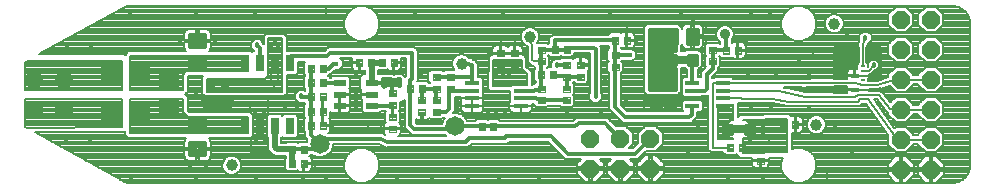
<source format=gtl>
G75*
%MOIN*%
%OFA0B0*%
%FSLAX25Y25*%
%IPPOS*%
%LPD*%
%AMOC8*
5,1,8,0,0,1.08239X$1,22.5*
%
%ADD10R,0.04803X0.01575*%
%ADD11C,0.01382*%
%ADD12C,0.00402*%
%ADD13C,0.01585*%
%ADD14OC8,0.06000*%
%ADD15R,0.03000X0.05681*%
%ADD16R,0.07087X0.07087*%
%ADD17R,0.04134X0.02362*%
%ADD18R,0.04724X0.01575*%
%ADD19C,0.01181*%
%ADD20R,0.01969X0.00984*%
%ADD21R,0.01575X0.00984*%
%ADD22R,0.02559X0.01732*%
%ADD23C,0.03543*%
%ADD24C,0.03937*%
%ADD25C,0.01784*%
%ADD26C,0.01575*%
%ADD27R,0.04331X0.03150*%
%ADD28C,0.00787*%
%ADD29C,0.01800*%
%ADD30C,0.00591*%
%ADD31C,0.01378*%
%ADD32C,0.06496*%
%ADD33C,0.00984*%
%ADD34C,0.01969*%
%ADD35C,0.02362*%
D10*
X0225828Y0071833D03*
X0225828Y0074392D03*
X0225828Y0076951D03*
X0225828Y0079510D03*
X0236143Y0079510D03*
X0236143Y0076951D03*
X0236143Y0074392D03*
X0236143Y0071833D03*
D11*
X0063266Y0067402D02*
X0063266Y0063470D01*
X0058546Y0063470D01*
X0058546Y0067402D01*
X0063266Y0067402D01*
X0063266Y0064851D02*
X0058546Y0064851D01*
X0058546Y0066232D02*
X0063266Y0066232D01*
X0063266Y0059528D02*
X0063266Y0055596D01*
X0058546Y0055596D01*
X0058546Y0059528D01*
X0063266Y0059528D01*
X0063266Y0056977D02*
X0058546Y0056977D01*
X0058546Y0058358D02*
X0063266Y0058358D01*
X0058546Y0083745D02*
X0058546Y0087677D01*
X0063266Y0087677D01*
X0063266Y0083745D01*
X0058546Y0083745D01*
X0058546Y0085126D02*
X0063266Y0085126D01*
X0063266Y0086507D02*
X0058546Y0086507D01*
X0058546Y0091619D02*
X0058546Y0095551D01*
X0063266Y0095551D01*
X0063266Y0091619D01*
X0058546Y0091619D01*
X0058546Y0093000D02*
X0063266Y0093000D01*
X0063266Y0094381D02*
X0058546Y0094381D01*
D12*
X0097722Y0085510D02*
X0099682Y0085510D01*
X0099682Y0083156D01*
X0097722Y0083156D01*
X0097722Y0085510D01*
X0097722Y0083557D02*
X0099682Y0083557D01*
X0099682Y0083958D02*
X0097722Y0083958D01*
X0097722Y0084359D02*
X0099682Y0084359D01*
X0099682Y0084760D02*
X0097722Y0084760D01*
X0097722Y0085161D02*
X0099682Y0085161D01*
X0101659Y0085510D02*
X0103619Y0085510D01*
X0103619Y0083156D01*
X0101659Y0083156D01*
X0101659Y0085510D01*
X0101659Y0083557D02*
X0103619Y0083557D01*
X0103619Y0083958D02*
X0101659Y0083958D01*
X0101659Y0084359D02*
X0103619Y0084359D01*
X0103619Y0084760D02*
X0101659Y0084760D01*
X0101659Y0085161D02*
X0103619Y0085161D01*
X0113863Y0085125D02*
X0115823Y0085125D01*
X0113863Y0085125D02*
X0113863Y0087479D01*
X0115823Y0087479D01*
X0115823Y0085125D01*
X0115823Y0085526D02*
X0113863Y0085526D01*
X0113863Y0085927D02*
X0115823Y0085927D01*
X0115823Y0086328D02*
X0113863Y0086328D01*
X0113863Y0086729D02*
X0115823Y0086729D01*
X0115823Y0087130D02*
X0113863Y0087130D01*
X0117800Y0085125D02*
X0119760Y0085125D01*
X0117800Y0085125D02*
X0117800Y0087479D01*
X0119760Y0087479D01*
X0119760Y0085125D01*
X0119760Y0085526D02*
X0117800Y0085526D01*
X0117800Y0085927D02*
X0119760Y0085927D01*
X0119760Y0086328D02*
X0117800Y0086328D01*
X0117800Y0086729D02*
X0119760Y0086729D01*
X0119760Y0087130D02*
X0117800Y0087130D01*
X0121344Y0087479D02*
X0123304Y0087479D01*
X0123304Y0085125D01*
X0121344Y0085125D01*
X0121344Y0087479D01*
X0121344Y0085526D02*
X0123304Y0085526D01*
X0123304Y0085927D02*
X0121344Y0085927D01*
X0121344Y0086328D02*
X0123304Y0086328D01*
X0123304Y0086729D02*
X0121344Y0086729D01*
X0121344Y0087130D02*
X0123304Y0087130D01*
X0125281Y0087479D02*
X0127241Y0087479D01*
X0127241Y0085125D01*
X0125281Y0085125D01*
X0125281Y0087479D01*
X0125281Y0085526D02*
X0127241Y0085526D01*
X0127241Y0085927D02*
X0125281Y0085927D01*
X0125281Y0086328D02*
X0127241Y0086328D01*
X0127241Y0086729D02*
X0125281Y0086729D01*
X0125281Y0087130D02*
X0127241Y0087130D01*
X0139257Y0082557D02*
X0139257Y0080597D01*
X0139257Y0082557D02*
X0141611Y0082557D01*
X0141611Y0080597D01*
X0139257Y0080597D01*
X0139257Y0080998D02*
X0141611Y0080998D01*
X0141611Y0081399D02*
X0139257Y0081399D01*
X0139257Y0081800D02*
X0141611Y0081800D01*
X0141611Y0082201D02*
X0139257Y0082201D01*
X0146335Y0082557D02*
X0146335Y0080597D01*
X0143981Y0080597D01*
X0143981Y0082557D01*
X0146335Y0082557D01*
X0146335Y0080998D02*
X0143981Y0080998D01*
X0143981Y0081399D02*
X0146335Y0081399D01*
X0146335Y0081800D02*
X0143981Y0081800D01*
X0143981Y0082201D02*
X0146335Y0082201D01*
X0146335Y0078620D02*
X0146335Y0076660D01*
X0143981Y0076660D01*
X0143981Y0078620D01*
X0146335Y0078620D01*
X0146335Y0077061D02*
X0143981Y0077061D01*
X0143981Y0077462D02*
X0146335Y0077462D01*
X0146335Y0077863D02*
X0143981Y0077863D01*
X0143981Y0078264D02*
X0146335Y0078264D01*
X0139257Y0078620D02*
X0139257Y0076660D01*
X0139257Y0078620D02*
X0141611Y0078620D01*
X0141611Y0076660D01*
X0139257Y0076660D01*
X0139257Y0077061D02*
X0141611Y0077061D01*
X0141611Y0077462D02*
X0139257Y0077462D01*
X0139257Y0077863D02*
X0141611Y0077863D01*
X0141611Y0078264D02*
X0139257Y0078264D01*
X0136689Y0078817D02*
X0134729Y0078817D01*
X0136689Y0078817D02*
X0136689Y0076463D01*
X0134729Y0076463D01*
X0134729Y0078817D01*
X0134729Y0076864D02*
X0136689Y0076864D01*
X0136689Y0077265D02*
X0134729Y0077265D01*
X0134729Y0077666D02*
X0136689Y0077666D01*
X0136689Y0078067D02*
X0134729Y0078067D01*
X0134729Y0078468D02*
X0136689Y0078468D01*
X0132752Y0078817D02*
X0130792Y0078817D01*
X0132752Y0078817D02*
X0132752Y0076463D01*
X0130792Y0076463D01*
X0130792Y0078817D01*
X0130792Y0076864D02*
X0132752Y0076864D01*
X0132752Y0077265D02*
X0130792Y0077265D01*
X0130792Y0077666D02*
X0132752Y0077666D01*
X0132752Y0078067D02*
X0130792Y0078067D01*
X0130792Y0078468D02*
X0132752Y0078468D01*
X0127044Y0077046D02*
X0127044Y0075086D01*
X0124690Y0075086D01*
X0124690Y0077046D01*
X0127044Y0077046D01*
X0127044Y0075487D02*
X0124690Y0075487D01*
X0124690Y0075888D02*
X0127044Y0075888D01*
X0127044Y0076289D02*
X0124690Y0076289D01*
X0124690Y0076690D02*
X0127044Y0076690D01*
X0136886Y0074683D02*
X0136886Y0072723D01*
X0134532Y0072723D01*
X0134532Y0074683D01*
X0136886Y0074683D01*
X0136886Y0073124D02*
X0134532Y0073124D01*
X0134532Y0073525D02*
X0136886Y0073525D01*
X0136886Y0073926D02*
X0134532Y0073926D01*
X0134532Y0074327D02*
X0136886Y0074327D01*
X0141611Y0074683D02*
X0141611Y0072723D01*
X0139257Y0072723D01*
X0139257Y0074683D01*
X0141611Y0074683D01*
X0141611Y0073124D02*
X0139257Y0073124D01*
X0139257Y0073525D02*
X0141611Y0073525D01*
X0141611Y0073926D02*
X0139257Y0073926D01*
X0139257Y0074327D02*
X0141611Y0074327D01*
X0141611Y0070746D02*
X0141611Y0068786D01*
X0139257Y0068786D01*
X0139257Y0070746D01*
X0141611Y0070746D01*
X0141611Y0069187D02*
X0139257Y0069187D01*
X0139257Y0069588D02*
X0141611Y0069588D01*
X0141611Y0069989D02*
X0139257Y0069989D01*
X0139257Y0070390D02*
X0141611Y0070390D01*
X0136886Y0070746D02*
X0136886Y0068786D01*
X0134532Y0068786D01*
X0134532Y0070746D01*
X0136886Y0070746D01*
X0136886Y0069187D02*
X0134532Y0069187D01*
X0134532Y0069588D02*
X0136886Y0069588D01*
X0136886Y0069989D02*
X0134532Y0069989D01*
X0134532Y0070390D02*
X0136886Y0070390D01*
X0127044Y0071149D02*
X0127044Y0073109D01*
X0127044Y0071149D02*
X0124690Y0071149D01*
X0124690Y0073109D01*
X0127044Y0073109D01*
X0127044Y0071550D02*
X0124690Y0071550D01*
X0124690Y0071951D02*
X0127044Y0071951D01*
X0127044Y0072352D02*
X0124690Y0072352D01*
X0124690Y0072753D02*
X0127044Y0072753D01*
X0127044Y0069172D02*
X0127044Y0067212D01*
X0124690Y0067212D01*
X0124690Y0069172D01*
X0127044Y0069172D01*
X0127044Y0067613D02*
X0124690Y0067613D01*
X0124690Y0068014D02*
X0127044Y0068014D01*
X0127044Y0068415D02*
X0124690Y0068415D01*
X0124690Y0068816D02*
X0127044Y0068816D01*
X0127044Y0065235D02*
X0127044Y0063275D01*
X0124690Y0063275D01*
X0124690Y0065235D01*
X0127044Y0065235D01*
X0127044Y0063676D02*
X0124690Y0063676D01*
X0124690Y0064077D02*
X0127044Y0064077D01*
X0127044Y0064478D02*
X0124690Y0064478D01*
X0124690Y0064879D02*
X0127044Y0064879D01*
X0103619Y0066613D02*
X0101659Y0066613D01*
X0103619Y0066613D02*
X0103619Y0064259D01*
X0101659Y0064259D01*
X0101659Y0066613D01*
X0101659Y0064660D02*
X0103619Y0064660D01*
X0103619Y0065061D02*
X0101659Y0065061D01*
X0101659Y0065462D02*
X0103619Y0065462D01*
X0103619Y0065863D02*
X0101659Y0065863D01*
X0101659Y0066264D02*
X0103619Y0066264D01*
X0099682Y0066613D02*
X0097722Y0066613D01*
X0099682Y0066613D02*
X0099682Y0064259D01*
X0097722Y0064259D01*
X0097722Y0066613D01*
X0097722Y0064660D02*
X0099682Y0064660D01*
X0099682Y0065061D02*
X0097722Y0065061D01*
X0097722Y0065462D02*
X0099682Y0065462D01*
X0099682Y0065863D02*
X0097722Y0065863D01*
X0097722Y0066264D02*
X0099682Y0066264D01*
X0099682Y0071337D02*
X0097722Y0071337D01*
X0099682Y0071337D02*
X0099682Y0068983D01*
X0097722Y0068983D01*
X0097722Y0071337D01*
X0097722Y0069384D02*
X0099682Y0069384D01*
X0099682Y0069785D02*
X0097722Y0069785D01*
X0097722Y0070186D02*
X0099682Y0070186D01*
X0099682Y0070587D02*
X0097722Y0070587D01*
X0097722Y0070988D02*
X0099682Y0070988D01*
X0101659Y0071337D02*
X0103619Y0071337D01*
X0103619Y0068983D01*
X0101659Y0068983D01*
X0101659Y0071337D01*
X0101659Y0069384D02*
X0103619Y0069384D01*
X0103619Y0069785D02*
X0101659Y0069785D01*
X0101659Y0070186D02*
X0103619Y0070186D01*
X0103619Y0070587D02*
X0101659Y0070587D01*
X0101659Y0070988D02*
X0103619Y0070988D01*
X0103619Y0076062D02*
X0101659Y0076062D01*
X0103619Y0076062D02*
X0103619Y0073708D01*
X0101659Y0073708D01*
X0101659Y0076062D01*
X0101659Y0074109D02*
X0103619Y0074109D01*
X0103619Y0074510D02*
X0101659Y0074510D01*
X0101659Y0074911D02*
X0103619Y0074911D01*
X0103619Y0075312D02*
X0101659Y0075312D01*
X0101659Y0075713D02*
X0103619Y0075713D01*
X0099682Y0076062D02*
X0097722Y0076062D01*
X0099682Y0076062D02*
X0099682Y0073708D01*
X0097722Y0073708D01*
X0097722Y0076062D01*
X0097722Y0074109D02*
X0099682Y0074109D01*
X0099682Y0074510D02*
X0097722Y0074510D01*
X0097722Y0074911D02*
X0099682Y0074911D01*
X0099682Y0075312D02*
X0097722Y0075312D01*
X0097722Y0075713D02*
X0099682Y0075713D01*
X0099682Y0080786D02*
X0097722Y0080786D01*
X0099682Y0080786D02*
X0099682Y0078432D01*
X0097722Y0078432D01*
X0097722Y0080786D01*
X0097722Y0078833D02*
X0099682Y0078833D01*
X0099682Y0079234D02*
X0097722Y0079234D01*
X0097722Y0079635D02*
X0099682Y0079635D01*
X0099682Y0080036D02*
X0097722Y0080036D01*
X0097722Y0080437D02*
X0099682Y0080437D01*
X0101659Y0080786D02*
X0103619Y0080786D01*
X0103619Y0078432D01*
X0101659Y0078432D01*
X0101659Y0080786D01*
X0101659Y0078833D02*
X0103619Y0078833D01*
X0103619Y0079234D02*
X0101659Y0079234D01*
X0101659Y0079635D02*
X0103619Y0079635D01*
X0103619Y0080036D02*
X0101659Y0080036D01*
X0101659Y0080437D02*
X0103619Y0080437D01*
X0068784Y0078620D02*
X0068784Y0076660D01*
X0068784Y0078620D02*
X0071138Y0078620D01*
X0071138Y0076660D01*
X0068784Y0076660D01*
X0068784Y0077061D02*
X0071138Y0077061D01*
X0071138Y0077462D02*
X0068784Y0077462D01*
X0068784Y0077863D02*
X0071138Y0077863D01*
X0071138Y0078264D02*
X0068784Y0078264D01*
X0064060Y0078620D02*
X0064060Y0076660D01*
X0064060Y0078620D02*
X0066414Y0078620D01*
X0066414Y0076660D01*
X0064060Y0076660D01*
X0064060Y0077061D02*
X0066414Y0077061D01*
X0066414Y0077462D02*
X0064060Y0077462D01*
X0064060Y0077863D02*
X0066414Y0077863D01*
X0066414Y0078264D02*
X0064060Y0078264D01*
X0064060Y0074683D02*
X0064060Y0072723D01*
X0064060Y0074683D02*
X0066414Y0074683D01*
X0066414Y0072723D01*
X0064060Y0072723D01*
X0064060Y0073124D02*
X0066414Y0073124D01*
X0066414Y0073525D02*
X0064060Y0073525D01*
X0064060Y0073926D02*
X0066414Y0073926D01*
X0066414Y0074327D02*
X0064060Y0074327D01*
X0068784Y0074683D02*
X0068784Y0072723D01*
X0068784Y0074683D02*
X0071138Y0074683D01*
X0071138Y0072723D01*
X0068784Y0072723D01*
X0068784Y0073124D02*
X0071138Y0073124D01*
X0071138Y0073525D02*
X0068784Y0073525D01*
X0068784Y0073926D02*
X0071138Y0073926D01*
X0071138Y0074327D02*
X0068784Y0074327D01*
X0091422Y0056188D02*
X0093382Y0056188D01*
X0091422Y0056188D02*
X0091422Y0058542D01*
X0093382Y0058542D01*
X0093382Y0056188D01*
X0093382Y0056589D02*
X0091422Y0056589D01*
X0091422Y0056990D02*
X0093382Y0056990D01*
X0093382Y0057391D02*
X0091422Y0057391D01*
X0091422Y0057792D02*
X0093382Y0057792D01*
X0093382Y0058193D02*
X0091422Y0058193D01*
X0095359Y0056188D02*
X0097319Y0056188D01*
X0095359Y0056188D02*
X0095359Y0058542D01*
X0097319Y0058542D01*
X0097319Y0056188D01*
X0097319Y0056589D02*
X0095359Y0056589D01*
X0095359Y0056990D02*
X0097319Y0056990D01*
X0097319Y0057391D02*
X0095359Y0057391D01*
X0095359Y0057792D02*
X0097319Y0057792D01*
X0097319Y0058193D02*
X0095359Y0058193D01*
X0095359Y0051463D02*
X0097319Y0051463D01*
X0095359Y0051463D02*
X0095359Y0053817D01*
X0097319Y0053817D01*
X0097319Y0051463D01*
X0097319Y0051864D02*
X0095359Y0051864D01*
X0095359Y0052265D02*
X0097319Y0052265D01*
X0097319Y0052666D02*
X0095359Y0052666D01*
X0095359Y0053067D02*
X0097319Y0053067D01*
X0097319Y0053468D02*
X0095359Y0053468D01*
X0093382Y0051463D02*
X0091422Y0051463D01*
X0091422Y0053817D01*
X0093382Y0053817D01*
X0093382Y0051463D01*
X0093382Y0051864D02*
X0091422Y0051864D01*
X0091422Y0052265D02*
X0093382Y0052265D01*
X0093382Y0052666D02*
X0091422Y0052666D01*
X0091422Y0053067D02*
X0093382Y0053067D01*
X0093382Y0053468D02*
X0091422Y0053468D01*
X0154611Y0063865D02*
X0156571Y0063865D01*
X0154611Y0063865D02*
X0154611Y0066219D01*
X0156571Y0066219D01*
X0156571Y0063865D01*
X0156571Y0064266D02*
X0154611Y0064266D01*
X0154611Y0064667D02*
X0156571Y0064667D01*
X0156571Y0065068D02*
X0154611Y0065068D01*
X0154611Y0065469D02*
X0156571Y0065469D01*
X0156571Y0065870D02*
X0154611Y0065870D01*
X0158548Y0063865D02*
X0160508Y0063865D01*
X0158548Y0063865D02*
X0158548Y0066219D01*
X0160508Y0066219D01*
X0160508Y0063865D01*
X0160508Y0064266D02*
X0158548Y0064266D01*
X0158548Y0064667D02*
X0160508Y0064667D01*
X0160508Y0065068D02*
X0158548Y0065068D01*
X0158548Y0065469D02*
X0160508Y0065469D01*
X0160508Y0065870D02*
X0158548Y0065870D01*
X0176650Y0072723D02*
X0176650Y0074683D01*
X0176650Y0072723D02*
X0174296Y0072723D01*
X0174296Y0074683D01*
X0176650Y0074683D01*
X0176650Y0073124D02*
X0174296Y0073124D01*
X0174296Y0073525D02*
X0176650Y0073525D01*
X0176650Y0073926D02*
X0174296Y0073926D01*
X0174296Y0074327D02*
X0176650Y0074327D01*
X0185115Y0074683D02*
X0185115Y0072723D01*
X0182761Y0072723D01*
X0182761Y0074683D01*
X0185115Y0074683D01*
X0185115Y0073124D02*
X0182761Y0073124D01*
X0182761Y0073525D02*
X0185115Y0073525D01*
X0185115Y0073926D02*
X0182761Y0073926D01*
X0182761Y0074327D02*
X0185115Y0074327D01*
X0185115Y0076660D02*
X0185115Y0078620D01*
X0185115Y0076660D02*
X0182761Y0076660D01*
X0182761Y0078620D01*
X0185115Y0078620D01*
X0185115Y0077061D02*
X0182761Y0077061D01*
X0182761Y0077462D02*
X0185115Y0077462D01*
X0185115Y0077863D02*
X0182761Y0077863D01*
X0182761Y0078264D02*
X0185115Y0078264D01*
X0176650Y0078620D02*
X0176650Y0076660D01*
X0174296Y0076660D01*
X0174296Y0078620D01*
X0176650Y0078620D01*
X0176650Y0077061D02*
X0174296Y0077061D01*
X0174296Y0077462D02*
X0176650Y0077462D01*
X0176650Y0077863D02*
X0174296Y0077863D01*
X0174296Y0078264D02*
X0176650Y0078264D01*
X0176453Y0081188D02*
X0174493Y0081188D01*
X0174493Y0083542D01*
X0176453Y0083542D01*
X0176453Y0081188D01*
X0176453Y0081589D02*
X0174493Y0081589D01*
X0174493Y0081990D02*
X0176453Y0081990D01*
X0176453Y0082391D02*
X0174493Y0082391D01*
X0174493Y0082792D02*
X0176453Y0082792D01*
X0176453Y0083193D02*
X0174493Y0083193D01*
X0178430Y0081188D02*
X0180390Y0081188D01*
X0178430Y0081188D02*
X0178430Y0083542D01*
X0180390Y0083542D01*
X0180390Y0081188D01*
X0180390Y0081589D02*
X0178430Y0081589D01*
X0178430Y0081990D02*
X0180390Y0081990D01*
X0180390Y0082391D02*
X0178430Y0082391D01*
X0178430Y0082792D02*
X0180390Y0082792D01*
X0180390Y0083193D02*
X0178430Y0083193D01*
X0185115Y0082557D02*
X0185115Y0080597D01*
X0182761Y0080597D01*
X0182761Y0082557D01*
X0185115Y0082557D01*
X0185115Y0080998D02*
X0182761Y0080998D01*
X0182761Y0081399D02*
X0185115Y0081399D01*
X0185115Y0081800D02*
X0182761Y0081800D01*
X0182761Y0082201D02*
X0185115Y0082201D01*
X0187485Y0082557D02*
X0187485Y0080597D01*
X0187485Y0082557D02*
X0189839Y0082557D01*
X0189839Y0080597D01*
X0187485Y0080597D01*
X0187485Y0080998D02*
X0189839Y0080998D01*
X0189839Y0081399D02*
X0187485Y0081399D01*
X0187485Y0081800D02*
X0189839Y0081800D01*
X0189839Y0082201D02*
X0187485Y0082201D01*
X0187485Y0084534D02*
X0187485Y0086494D01*
X0189839Y0086494D01*
X0189839Y0084534D01*
X0187485Y0084534D01*
X0187485Y0084935D02*
X0189839Y0084935D01*
X0189839Y0085336D02*
X0187485Y0085336D01*
X0187485Y0085737D02*
X0189839Y0085737D01*
X0189839Y0086138D02*
X0187485Y0086138D01*
X0185115Y0086494D02*
X0185115Y0084534D01*
X0182761Y0084534D01*
X0182761Y0086494D01*
X0185115Y0086494D01*
X0185115Y0084935D02*
X0182761Y0084935D01*
X0182761Y0085336D02*
X0185115Y0085336D01*
X0185115Y0085737D02*
X0182761Y0085737D01*
X0182761Y0086138D02*
X0185115Y0086138D01*
X0174296Y0085716D02*
X0174296Y0087676D01*
X0176650Y0087676D01*
X0176650Y0085716D01*
X0174296Y0085716D01*
X0174296Y0086117D02*
X0176650Y0086117D01*
X0176650Y0086518D02*
X0174296Y0086518D01*
X0174296Y0086919D02*
X0176650Y0086919D01*
X0176650Y0087320D02*
X0174296Y0087320D01*
X0167792Y0088471D02*
X0167792Y0090431D01*
X0167792Y0088471D02*
X0165438Y0088471D01*
X0165438Y0090431D01*
X0167792Y0090431D01*
X0167792Y0088872D02*
X0165438Y0088872D01*
X0165438Y0089273D02*
X0167792Y0089273D01*
X0167792Y0089674D02*
X0165438Y0089674D01*
X0165438Y0090075D02*
X0167792Y0090075D01*
X0163068Y0090431D02*
X0163068Y0088471D01*
X0160714Y0088471D01*
X0160714Y0090431D01*
X0163068Y0090431D01*
X0163068Y0088872D02*
X0160714Y0088872D01*
X0160714Y0089273D02*
X0163068Y0089273D01*
X0163068Y0089674D02*
X0160714Y0089674D01*
X0160714Y0090075D02*
X0163068Y0090075D01*
X0174296Y0089653D02*
X0174296Y0091613D01*
X0176650Y0091613D01*
X0176650Y0089653D01*
X0174296Y0089653D01*
X0174296Y0090054D02*
X0176650Y0090054D01*
X0176650Y0090455D02*
X0174296Y0090455D01*
X0174296Y0090856D02*
X0176650Y0090856D01*
X0176650Y0091257D02*
X0174296Y0091257D01*
X0179021Y0091810D02*
X0180981Y0091810D01*
X0180981Y0089456D01*
X0179021Y0089456D01*
X0179021Y0091810D01*
X0179021Y0089857D02*
X0180981Y0089857D01*
X0180981Y0090258D02*
X0179021Y0090258D01*
X0179021Y0090659D02*
X0180981Y0090659D01*
X0180981Y0091060D02*
X0179021Y0091060D01*
X0179021Y0091461D02*
X0180981Y0091461D01*
X0182958Y0091810D02*
X0184918Y0091810D01*
X0184918Y0089456D01*
X0182958Y0089456D01*
X0182958Y0091810D01*
X0182958Y0089857D02*
X0184918Y0089857D01*
X0184918Y0090258D02*
X0182958Y0090258D01*
X0182958Y0090659D02*
X0184918Y0090659D01*
X0184918Y0091060D02*
X0182958Y0091060D01*
X0182958Y0091461D02*
X0184918Y0091461D01*
X0199100Y0094959D02*
X0201060Y0094959D01*
X0201060Y0092605D01*
X0199100Y0092605D01*
X0199100Y0094959D01*
X0199100Y0093006D02*
X0201060Y0093006D01*
X0201060Y0093407D02*
X0199100Y0093407D01*
X0199100Y0093808D02*
X0201060Y0093808D01*
X0201060Y0094209D02*
X0199100Y0094209D01*
X0199100Y0094610D02*
X0201060Y0094610D01*
X0203037Y0094959D02*
X0204997Y0094959D01*
X0204997Y0092605D01*
X0203037Y0092605D01*
X0203037Y0094959D01*
X0203037Y0093006D02*
X0204997Y0093006D01*
X0204997Y0093407D02*
X0203037Y0093407D01*
X0203037Y0093808D02*
X0204997Y0093808D01*
X0204997Y0094209D02*
X0203037Y0094209D01*
X0203037Y0094610D02*
X0204997Y0094610D01*
X0201257Y0089841D02*
X0201257Y0087881D01*
X0198903Y0087881D01*
X0198903Y0089841D01*
X0201257Y0089841D01*
X0201257Y0088282D02*
X0198903Y0088282D01*
X0198903Y0088683D02*
X0201257Y0088683D01*
X0201257Y0089084D02*
X0198903Y0089084D01*
X0198903Y0089485D02*
X0201257Y0089485D01*
X0201257Y0085904D02*
X0201257Y0083944D01*
X0198903Y0083944D01*
X0198903Y0085904D01*
X0201257Y0085904D01*
X0201257Y0084345D02*
X0198903Y0084345D01*
X0198903Y0084746D02*
X0201257Y0084746D01*
X0201257Y0085147D02*
X0198903Y0085147D01*
X0198903Y0085548D02*
X0201257Y0085548D01*
X0212682Y0079014D02*
X0212682Y0077054D01*
X0212682Y0079014D02*
X0215036Y0079014D01*
X0215036Y0077054D01*
X0212682Y0077054D01*
X0212682Y0077455D02*
X0215036Y0077455D01*
X0215036Y0077856D02*
X0212682Y0077856D01*
X0212682Y0078257D02*
X0215036Y0078257D01*
X0215036Y0078658D02*
X0212682Y0078658D01*
X0217406Y0079014D02*
X0217406Y0077054D01*
X0217406Y0079014D02*
X0219760Y0079014D01*
X0219760Y0077054D01*
X0217406Y0077054D01*
X0217406Y0077455D02*
X0219760Y0077455D01*
X0219760Y0077856D02*
X0217406Y0077856D01*
X0217406Y0078257D02*
X0219760Y0078257D01*
X0219760Y0078658D02*
X0217406Y0078658D01*
X0217406Y0075077D02*
X0217406Y0073117D01*
X0217406Y0075077D02*
X0219760Y0075077D01*
X0219760Y0073117D01*
X0217406Y0073117D01*
X0217406Y0073518D02*
X0219760Y0073518D01*
X0219760Y0073919D02*
X0217406Y0073919D01*
X0217406Y0074320D02*
X0219760Y0074320D01*
X0219760Y0074721D02*
X0217406Y0074721D01*
X0212682Y0075077D02*
X0212682Y0073117D01*
X0212682Y0075077D02*
X0215036Y0075077D01*
X0215036Y0073117D01*
X0212682Y0073117D01*
X0212682Y0073518D02*
X0215036Y0073518D01*
X0215036Y0073919D02*
X0212682Y0073919D01*
X0212682Y0074320D02*
X0215036Y0074320D01*
X0215036Y0074721D02*
X0212682Y0074721D01*
X0233737Y0085716D02*
X0233737Y0087676D01*
X0233737Y0085716D02*
X0231383Y0085716D01*
X0231383Y0087676D01*
X0233737Y0087676D01*
X0233737Y0086117D02*
X0231383Y0086117D01*
X0231383Y0086518D02*
X0233737Y0086518D01*
X0233737Y0086919D02*
X0231383Y0086919D01*
X0231383Y0087320D02*
X0233737Y0087320D01*
X0233737Y0089653D02*
X0233737Y0091613D01*
X0233737Y0089653D02*
X0231383Y0089653D01*
X0231383Y0091613D01*
X0233737Y0091613D01*
X0233737Y0090054D02*
X0231383Y0090054D01*
X0231383Y0090455D02*
X0233737Y0090455D01*
X0233737Y0090856D02*
X0231383Y0090856D01*
X0231383Y0091257D02*
X0233737Y0091257D01*
X0236107Y0091613D02*
X0238067Y0091613D01*
X0238067Y0089259D01*
X0236107Y0089259D01*
X0236107Y0091613D01*
X0236107Y0089660D02*
X0238067Y0089660D01*
X0238067Y0090061D02*
X0236107Y0090061D01*
X0236107Y0090462D02*
X0238067Y0090462D01*
X0238067Y0090863D02*
X0236107Y0090863D01*
X0236107Y0091264D02*
X0238067Y0091264D01*
X0240044Y0091613D02*
X0242004Y0091613D01*
X0242004Y0089259D01*
X0240044Y0089259D01*
X0240044Y0091613D01*
X0240044Y0089660D02*
X0242004Y0089660D01*
X0242004Y0090061D02*
X0240044Y0090061D01*
X0240044Y0090462D02*
X0242004Y0090462D01*
X0242004Y0090863D02*
X0240044Y0090863D01*
X0240044Y0091264D02*
X0242004Y0091264D01*
X0167792Y0086494D02*
X0167792Y0084534D01*
X0165438Y0084534D01*
X0165438Y0086494D01*
X0167792Y0086494D01*
X0167792Y0084935D02*
X0165438Y0084935D01*
X0165438Y0085336D02*
X0167792Y0085336D01*
X0167792Y0085737D02*
X0165438Y0085737D01*
X0165438Y0086138D02*
X0167792Y0086138D01*
X0163068Y0086494D02*
X0163068Y0084534D01*
X0160714Y0084534D01*
X0160714Y0086494D01*
X0163068Y0086494D01*
X0163068Y0084935D02*
X0160714Y0084935D01*
X0160714Y0085336D02*
X0163068Y0085336D01*
X0163068Y0085737D02*
X0160714Y0085737D01*
X0160714Y0086138D02*
X0163068Y0086138D01*
X0255202Y0064456D02*
X0257162Y0064456D01*
X0255202Y0064456D02*
X0255202Y0066810D01*
X0257162Y0066810D01*
X0257162Y0064456D01*
X0257162Y0064857D02*
X0255202Y0064857D01*
X0255202Y0065258D02*
X0257162Y0065258D01*
X0257162Y0065659D02*
X0255202Y0065659D01*
X0255202Y0066060D02*
X0257162Y0066060D01*
X0257162Y0066461D02*
X0255202Y0066461D01*
X0259139Y0064456D02*
X0261099Y0064456D01*
X0259139Y0064456D02*
X0259139Y0066810D01*
X0261099Y0066810D01*
X0261099Y0064456D01*
X0261099Y0064857D02*
X0259139Y0064857D01*
X0259139Y0065258D02*
X0261099Y0065258D01*
X0261099Y0065659D02*
X0259139Y0065659D01*
X0259139Y0066060D02*
X0261099Y0066060D01*
X0261099Y0066461D02*
X0259139Y0066461D01*
X0247328Y0058542D02*
X0247328Y0056582D01*
X0247328Y0058542D02*
X0249682Y0058542D01*
X0249682Y0056582D01*
X0247328Y0056582D01*
X0247328Y0056983D02*
X0249682Y0056983D01*
X0249682Y0057384D02*
X0247328Y0057384D01*
X0247328Y0057785D02*
X0249682Y0057785D01*
X0249682Y0058186D02*
X0247328Y0058186D01*
X0243382Y0059132D02*
X0241422Y0059132D01*
X0243382Y0059132D02*
X0243382Y0056778D01*
X0241422Y0056778D01*
X0241422Y0059132D01*
X0241422Y0057179D02*
X0243382Y0057179D01*
X0243382Y0057580D02*
X0241422Y0057580D01*
X0241422Y0057981D02*
X0243382Y0057981D01*
X0243382Y0058382D02*
X0241422Y0058382D01*
X0241422Y0058783D02*
X0243382Y0058783D01*
X0239445Y0059132D02*
X0237485Y0059132D01*
X0239445Y0059132D02*
X0239445Y0056778D01*
X0237485Y0056778D01*
X0237485Y0059132D01*
X0237485Y0057179D02*
X0239445Y0057179D01*
X0239445Y0057580D02*
X0237485Y0057580D01*
X0237485Y0057981D02*
X0239445Y0057981D01*
X0239445Y0058382D02*
X0237485Y0058382D01*
X0237485Y0058783D02*
X0239445Y0058783D01*
X0247328Y0054605D02*
X0247328Y0052645D01*
X0247328Y0054605D02*
X0249682Y0054605D01*
X0249682Y0052645D01*
X0247328Y0052645D01*
X0247328Y0053046D02*
X0249682Y0053046D01*
X0249682Y0053447D02*
X0247328Y0053447D01*
X0247328Y0053848D02*
X0249682Y0053848D01*
X0249682Y0054249D02*
X0247328Y0054249D01*
D13*
X0227339Y0092901D02*
X0224395Y0092901D01*
X0224395Y0097025D01*
X0227339Y0097025D01*
X0227339Y0092901D01*
X0227339Y0094485D02*
X0224395Y0094485D01*
X0224395Y0096069D02*
X0227339Y0096069D01*
X0220252Y0092901D02*
X0217308Y0092901D01*
X0217308Y0097025D01*
X0220252Y0097025D01*
X0220252Y0092901D01*
X0220252Y0094485D02*
X0217308Y0094485D01*
X0217308Y0096069D02*
X0220252Y0096069D01*
D14*
X0295355Y0100672D03*
X0305355Y0100672D03*
X0305355Y0090672D03*
X0295355Y0090672D03*
X0295355Y0080672D03*
X0305355Y0080672D03*
X0305355Y0070672D03*
X0295355Y0070672D03*
X0295355Y0060672D03*
X0305355Y0060672D03*
X0305355Y0050672D03*
X0295355Y0050672D03*
X0211851Y0050987D03*
X0201851Y0050987D03*
X0191851Y0050987D03*
X0191851Y0060987D03*
X0201851Y0060987D03*
X0211851Y0060987D03*
X0016300Y0070672D03*
X0006300Y0070672D03*
X0006300Y0080672D03*
X0016300Y0080672D03*
D15*
X0076635Y0086262D03*
X0081635Y0086262D03*
X0086635Y0086262D03*
X0091635Y0086262D03*
X0091635Y0065081D03*
X0086635Y0065081D03*
X0081635Y0065081D03*
X0076635Y0065081D03*
D16*
X0051457Y0070948D03*
X0041615Y0068979D03*
X0032166Y0068979D03*
X0051457Y0080396D03*
X0041615Y0082365D03*
X0032166Y0082365D03*
D17*
X0108347Y0079412D03*
X0118977Y0079412D03*
X0118977Y0075672D03*
X0108347Y0075672D03*
X0108347Y0071932D03*
X0118977Y0071932D03*
D18*
X0152442Y0071833D03*
X0152442Y0074392D03*
X0152442Y0076951D03*
X0152442Y0079510D03*
X0168583Y0079510D03*
X0168583Y0076951D03*
X0168583Y0074392D03*
X0168583Y0071833D03*
D19*
X0159528Y0065042D02*
X0155591Y0065042D01*
X0096339Y0057365D02*
X0092402Y0057365D01*
X0175473Y0086696D02*
X0175473Y0090633D01*
X0180001Y0090633D02*
X0183938Y0090633D01*
X0200080Y0088861D02*
X0200080Y0084924D01*
X0232560Y0086696D02*
X0232560Y0090633D01*
D20*
X0282363Y0074097D03*
D21*
X0282560Y0075672D03*
X0282560Y0077247D03*
X0282560Y0078822D03*
X0282560Y0080396D03*
X0282560Y0081971D03*
X0282560Y0083546D03*
X0282560Y0085121D03*
D22*
X0279902Y0081951D03*
X0279902Y0077266D03*
D23*
X0236694Y0095751D03*
D24*
X0273111Y0099294D03*
X0171733Y0094963D03*
X0148898Y0085908D03*
X0267206Y0065633D03*
X0072324Y0052050D03*
D25*
X0087481Y0057365D03*
X0107166Y0085908D03*
X0192796Y0099294D03*
X0205001Y0088861D03*
D26*
X0217599Y0088566D02*
X0219961Y0088566D01*
X0219961Y0086006D01*
X0217599Y0086006D01*
X0217599Y0088566D01*
X0217599Y0087580D02*
X0219961Y0087580D01*
X0224686Y0088566D02*
X0227048Y0088566D01*
X0227048Y0086006D01*
X0224686Y0086006D01*
X0224686Y0088566D01*
X0224686Y0087580D02*
X0227048Y0087580D01*
X0236497Y0062778D02*
X0238859Y0062778D01*
X0236497Y0062778D02*
X0236497Y0065338D01*
X0238859Y0065338D01*
X0238859Y0062778D01*
X0238859Y0064352D02*
X0236497Y0064352D01*
X0243584Y0062778D02*
X0245946Y0062778D01*
X0243584Y0062778D02*
X0243584Y0065338D01*
X0245946Y0065338D01*
X0245946Y0062778D01*
X0245946Y0064352D02*
X0243584Y0064352D01*
D27*
X0241221Y0064058D03*
X0222324Y0087286D03*
D28*
X0037381Y0046070D02*
X0006720Y0063104D01*
X0035714Y0063270D01*
X0036362Y0063270D01*
X0036365Y0063274D01*
X0036371Y0063274D01*
X0036694Y0063601D01*
X0036694Y0062027D01*
X0037616Y0061105D01*
X0057175Y0061105D01*
X0056878Y0060808D01*
X0056603Y0060333D01*
X0056461Y0059803D01*
X0056461Y0057955D01*
X0060513Y0057955D01*
X0060513Y0057168D01*
X0061300Y0057168D01*
X0061300Y0057955D01*
X0065351Y0057955D01*
X0065351Y0059803D01*
X0065209Y0060333D01*
X0064935Y0060808D01*
X0064638Y0061105D01*
X0074600Y0061105D01*
X0074645Y0061060D01*
X0078624Y0061060D01*
X0079316Y0061752D01*
X0079316Y0061933D01*
X0079410Y0062027D01*
X0079410Y0068844D01*
X0078488Y0069766D01*
X0078451Y0069766D01*
X0078426Y0071735D01*
X0063072Y0071735D01*
X0063072Y0075413D01*
X0063404Y0075081D01*
X0084528Y0075081D01*
X0084528Y0068986D01*
X0083954Y0068411D01*
X0083954Y0061752D01*
X0084528Y0061177D01*
X0084528Y0056184D01*
X0078623Y0056184D01*
X0078561Y0061060D01*
X0078624Y0061060D01*
X0078994Y0061430D01*
X0079019Y0061385D01*
X0079279Y0061126D01*
X0079597Y0060942D01*
X0079951Y0060847D01*
X0081278Y0060847D01*
X0081278Y0064725D01*
X0081991Y0064725D01*
X0081991Y0060847D01*
X0083318Y0060847D01*
X0083673Y0060942D01*
X0083990Y0061126D01*
X0084250Y0061385D01*
X0084276Y0061430D01*
X0084528Y0061177D01*
X0084528Y0057255D01*
X0085797Y0055987D01*
X0086584Y0055199D01*
X0090237Y0055199D01*
X0090237Y0054587D01*
X0090040Y0054390D01*
X0090040Y0050891D01*
X0090850Y0050081D01*
X0093955Y0050081D01*
X0094221Y0050347D01*
X0094380Y0050187D01*
X0094744Y0049977D01*
X0095149Y0049869D01*
X0096142Y0049869D01*
X0096142Y0052443D01*
X0096536Y0052443D01*
X0096536Y0049869D01*
X0097530Y0049869D01*
X0097935Y0049977D01*
X0098299Y0050187D01*
X0098596Y0050484D01*
X0098805Y0050848D01*
X0098914Y0051253D01*
X0098914Y0052444D01*
X0096536Y0052444D01*
X0096536Y0052837D01*
X0098914Y0052837D01*
X0098914Y0054027D01*
X0098805Y0054433D01*
X0098596Y0054797D01*
X0098299Y0055093D01*
X0098223Y0055137D01*
X0098581Y0055495D01*
X0099032Y0055495D01*
X0099145Y0055382D01*
X0100773Y0054707D01*
X0102535Y0054707D01*
X0104163Y0055382D01*
X0105409Y0056628D01*
X0106083Y0058255D01*
X0106083Y0059038D01*
X0121488Y0059038D01*
X0122791Y0058387D01*
X0123124Y0058054D01*
X0123457Y0058054D01*
X0123755Y0057905D01*
X0124202Y0058054D01*
X0151051Y0058054D01*
X0152232Y0059235D01*
X0164043Y0059235D01*
X0164634Y0059825D01*
X0177848Y0059825D01*
X0182461Y0055212D01*
X0183557Y0054117D01*
X0188767Y0054117D01*
X0187457Y0052807D01*
X0187457Y0051381D01*
X0191457Y0051381D01*
X0191457Y0050593D01*
X0187457Y0050593D01*
X0187457Y0049167D01*
X0190031Y0046593D01*
X0191457Y0046593D01*
X0191457Y0050593D01*
X0192245Y0050593D01*
X0192245Y0051381D01*
X0196245Y0051381D01*
X0196245Y0052807D01*
X0194935Y0054117D01*
X0198767Y0054117D01*
X0197457Y0052807D01*
X0197457Y0051381D01*
X0201457Y0051381D01*
X0201457Y0050593D01*
X0197457Y0050593D01*
X0197457Y0049167D01*
X0200031Y0046593D01*
X0201457Y0046593D01*
X0201457Y0050593D01*
X0202245Y0050593D01*
X0202245Y0051381D01*
X0206245Y0051381D01*
X0206245Y0052807D01*
X0204935Y0054117D01*
X0207626Y0054117D01*
X0210315Y0056806D01*
X0213583Y0056806D01*
X0216032Y0059255D01*
X0216032Y0062719D01*
X0213583Y0065168D01*
X0210119Y0065168D01*
X0207670Y0062719D01*
X0207670Y0059450D01*
X0206077Y0057857D01*
X0204634Y0057857D01*
X0206032Y0059255D01*
X0206032Y0062719D01*
X0203583Y0065168D01*
X0200315Y0065168D01*
X0197586Y0067896D01*
X0188205Y0067896D01*
X0187569Y0067987D01*
X0187448Y0067896D01*
X0187297Y0067896D01*
X0186843Y0067443D01*
X0186297Y0067033D01*
X0186055Y0066912D01*
X0161770Y0066912D01*
X0161081Y0067601D01*
X0157976Y0067601D01*
X0157560Y0067185D01*
X0157144Y0067601D01*
X0154039Y0067601D01*
X0153350Y0066912D01*
X0150752Y0066912D01*
X0150488Y0067551D01*
X0149242Y0068797D01*
X0147614Y0069471D01*
X0145933Y0069471D01*
X0146635Y0070173D01*
X0146635Y0074983D01*
X0148686Y0074983D01*
X0148686Y0074392D01*
X0148686Y0073421D01*
X0148769Y0073113D01*
X0148686Y0072804D01*
X0148686Y0071833D01*
X0148686Y0070862D01*
X0148781Y0070508D01*
X0148964Y0070190D01*
X0149224Y0069931D01*
X0149542Y0069747D01*
X0149896Y0069652D01*
X0152442Y0069652D01*
X0154987Y0069652D01*
X0155342Y0069747D01*
X0155660Y0069931D01*
X0155919Y0070190D01*
X0156103Y0070508D01*
X0156198Y0070862D01*
X0156198Y0071833D01*
X0152442Y0071833D01*
X0152442Y0071833D01*
X0152442Y0069652D01*
X0152442Y0071833D01*
X0152442Y0071833D01*
X0156198Y0071833D01*
X0156198Y0072804D01*
X0156115Y0073113D01*
X0156198Y0073421D01*
X0156198Y0074392D01*
X0152442Y0074392D01*
X0152442Y0071833D01*
X0148686Y0071833D01*
X0152442Y0071833D01*
X0152442Y0071833D01*
X0152442Y0071833D01*
X0152442Y0072211D01*
X0152442Y0074392D01*
X0152442Y0074392D01*
X0152442Y0074392D01*
X0156198Y0074392D01*
X0156198Y0075363D01*
X0156103Y0075718D01*
X0155985Y0075921D01*
X0155985Y0078228D01*
X0155982Y0078231D01*
X0155985Y0078234D01*
X0155985Y0080787D01*
X0155293Y0081479D01*
X0154312Y0081479D01*
X0154312Y0084048D01*
X0154523Y0084259D01*
X0154523Y0085983D01*
X0153304Y0087202D01*
X0152834Y0087202D01*
X0152707Y0087304D01*
X0152232Y0087778D01*
X0152113Y0087778D01*
X0152021Y0087852D01*
X0151470Y0087791D01*
X0150683Y0088578D01*
X0149525Y0089058D01*
X0148272Y0089058D01*
X0147114Y0088578D01*
X0146228Y0087692D01*
X0145749Y0086535D01*
X0145749Y0085282D01*
X0146228Y0084124D01*
X0146413Y0083940D01*
X0143409Y0083940D01*
X0142917Y0083447D01*
X0142676Y0083447D01*
X0142183Y0083940D01*
X0138684Y0083940D01*
X0137875Y0083130D01*
X0137875Y0080025D01*
X0138291Y0079609D01*
X0138192Y0079510D01*
X0137951Y0079510D01*
X0137262Y0080199D01*
X0134220Y0080199D01*
X0134233Y0080212D01*
X0134233Y0090423D01*
X0133138Y0091518D01*
X0104423Y0091518D01*
X0103242Y0090337D01*
X0093519Y0090337D01*
X0093481Y0090372D01*
X0092752Y0090337D01*
X0092021Y0090337D01*
X0092000Y0090315D01*
X0091489Y0090394D01*
X0091339Y0090284D01*
X0090631Y0090284D01*
X0090631Y0095025D01*
X0089708Y0095947D01*
X0088404Y0095947D01*
X0085181Y0095947D01*
X0083876Y0095947D01*
X0082954Y0095025D01*
X0082954Y0092490D01*
X0082869Y0092574D01*
X0082869Y0092873D01*
X0081650Y0094092D01*
X0079926Y0094092D01*
X0078707Y0092873D01*
X0078707Y0091148D01*
X0079608Y0090247D01*
X0079135Y0089773D01*
X0078624Y0090284D01*
X0074645Y0090284D01*
X0074600Y0090239D01*
X0064835Y0090239D01*
X0064935Y0090339D01*
X0065209Y0090814D01*
X0065351Y0091344D01*
X0065351Y0093192D01*
X0061300Y0093192D01*
X0061300Y0093979D01*
X0060513Y0093979D01*
X0060513Y0097636D01*
X0058272Y0097636D01*
X0057741Y0097494D01*
X0057266Y0097220D01*
X0056878Y0096832D01*
X0022185Y0096832D01*
X0020771Y0096046D02*
X0056520Y0096046D01*
X0056461Y0095826D02*
X0056461Y0093979D01*
X0060513Y0093979D01*
X0060513Y0093192D01*
X0056461Y0093192D01*
X0056461Y0091344D01*
X0056603Y0090814D01*
X0056878Y0090339D01*
X0056978Y0090239D01*
X0037813Y0090239D01*
X0036891Y0089316D01*
X0036891Y0088855D01*
X0036688Y0089058D01*
X0008191Y0089058D01*
X0037381Y0105274D01*
X0312481Y0105274D01*
X0313417Y0105201D01*
X0315196Y0104622D01*
X0316710Y0103523D01*
X0317810Y0102009D01*
X0318388Y0100229D01*
X0318461Y0099294D01*
X0318461Y0052050D01*
X0318388Y0051114D01*
X0317810Y0049335D01*
X0316710Y0047821D01*
X0315196Y0046721D01*
X0313417Y0046143D01*
X0312481Y0046070D01*
X0037381Y0046070D01*
X0036546Y0046534D02*
X0113712Y0046534D01*
X0114471Y0046219D02*
X0116791Y0046219D01*
X0118934Y0047107D01*
X0120574Y0048747D01*
X0121461Y0050890D01*
X0121461Y0053210D01*
X0120574Y0055353D01*
X0118934Y0056993D01*
X0116791Y0057881D01*
X0114471Y0057881D01*
X0112328Y0056993D01*
X0110688Y0055353D01*
X0109800Y0053210D01*
X0109800Y0050890D01*
X0110688Y0048747D01*
X0112328Y0047107D01*
X0114471Y0046219D01*
X0112115Y0047320D02*
X0035131Y0047320D01*
X0033717Y0048105D02*
X0111329Y0048105D01*
X0110628Y0048891D02*
X0032302Y0048891D01*
X0030887Y0049677D02*
X0070242Y0049677D01*
X0070540Y0049380D02*
X0071697Y0048900D01*
X0072950Y0048900D01*
X0074108Y0049380D01*
X0074994Y0050266D01*
X0075473Y0051423D01*
X0075473Y0052676D01*
X0074994Y0053834D01*
X0074108Y0054720D01*
X0072950Y0055199D01*
X0071697Y0055199D01*
X0070540Y0054720D01*
X0069654Y0053834D01*
X0069174Y0052676D01*
X0069174Y0051423D01*
X0069654Y0050266D01*
X0070540Y0049380D01*
X0069572Y0050463D02*
X0029473Y0050463D01*
X0028058Y0051249D02*
X0069246Y0051249D01*
X0069174Y0052035D02*
X0026643Y0052035D01*
X0025229Y0052821D02*
X0069234Y0052821D01*
X0069559Y0053607D02*
X0063900Y0053607D01*
X0064071Y0053653D02*
X0064547Y0053927D01*
X0064935Y0054315D01*
X0065209Y0054790D01*
X0065351Y0055321D01*
X0065351Y0057168D01*
X0061300Y0057168D01*
X0061300Y0053510D01*
X0063541Y0053510D01*
X0064071Y0053653D01*
X0064979Y0054393D02*
X0070212Y0054393D01*
X0071647Y0055179D02*
X0065313Y0055179D01*
X0065351Y0055965D02*
X0085819Y0055965D01*
X0085797Y0055987D02*
X0085797Y0055987D01*
X0085033Y0056750D02*
X0065351Y0056750D01*
X0065351Y0058322D02*
X0084528Y0058322D01*
X0078596Y0058322D01*
X0078606Y0057536D02*
X0084528Y0057536D01*
X0061300Y0057536D01*
X0061300Y0056750D02*
X0060513Y0056750D01*
X0060513Y0057168D02*
X0060513Y0053510D01*
X0058272Y0053510D01*
X0057741Y0053653D01*
X0057266Y0053927D01*
X0056878Y0054315D01*
X0056603Y0054790D01*
X0056461Y0055321D01*
X0056461Y0057168D01*
X0060513Y0057168D01*
X0060513Y0057536D02*
X0016741Y0057536D01*
X0018156Y0056750D02*
X0056461Y0056750D01*
X0056461Y0055965D02*
X0019570Y0055965D01*
X0020985Y0055179D02*
X0056499Y0055179D01*
X0056833Y0054393D02*
X0022400Y0054393D01*
X0023814Y0053607D02*
X0057912Y0053607D01*
X0060513Y0053607D02*
X0061300Y0053607D01*
X0061300Y0054393D02*
X0060513Y0054393D01*
X0060513Y0055179D02*
X0061300Y0055179D01*
X0061300Y0055965D02*
X0060513Y0055965D01*
X0056461Y0058322D02*
X0015326Y0058322D01*
X0013912Y0059108D02*
X0056461Y0059108D01*
X0056486Y0059894D02*
X0012497Y0059894D01*
X0011082Y0060680D02*
X0056804Y0060680D01*
X0065009Y0060680D02*
X0084528Y0060680D01*
X0078566Y0060680D01*
X0078576Y0059894D02*
X0084528Y0059894D01*
X0065327Y0059894D01*
X0065351Y0059108D02*
X0084528Y0059108D01*
X0078586Y0059108D01*
X0078616Y0056750D02*
X0084528Y0056750D01*
X0090237Y0055179D02*
X0073000Y0055179D01*
X0074435Y0054393D02*
X0090043Y0054393D01*
X0090040Y0053607D02*
X0075088Y0053607D01*
X0075413Y0052821D02*
X0090040Y0052821D01*
X0090040Y0052035D02*
X0075473Y0052035D01*
X0075401Y0051249D02*
X0090040Y0051249D01*
X0090468Y0050463D02*
X0075075Y0050463D01*
X0074405Y0049677D02*
X0110302Y0049677D01*
X0109977Y0050463D02*
X0098575Y0050463D01*
X0098913Y0051249D02*
X0109800Y0051249D01*
X0109800Y0052035D02*
X0098914Y0052035D01*
X0098914Y0053607D02*
X0109965Y0053607D01*
X0109800Y0052821D02*
X0096536Y0052821D01*
X0096536Y0052035D02*
X0096142Y0052035D01*
X0096142Y0051249D02*
X0096536Y0051249D01*
X0096536Y0050463D02*
X0096142Y0050463D01*
X0098816Y0054393D02*
X0110290Y0054393D01*
X0110616Y0055179D02*
X0103673Y0055179D01*
X0104746Y0055965D02*
X0111300Y0055965D01*
X0112085Y0056750D02*
X0105460Y0056750D01*
X0105786Y0057536D02*
X0113640Y0057536D01*
X0117621Y0057536D02*
X0180137Y0057536D01*
X0180923Y0056750D02*
X0119176Y0056750D01*
X0119962Y0055965D02*
X0181709Y0055965D01*
X0182495Y0055179D02*
X0120646Y0055179D01*
X0120971Y0054393D02*
X0183281Y0054393D01*
X0188258Y0053607D02*
X0121297Y0053607D01*
X0121461Y0052821D02*
X0187472Y0052821D01*
X0187457Y0052035D02*
X0121461Y0052035D01*
X0121461Y0051249D02*
X0191457Y0051249D01*
X0191457Y0050463D02*
X0192245Y0050463D01*
X0192245Y0050593D02*
X0192245Y0046593D01*
X0193671Y0046593D01*
X0196245Y0049167D01*
X0196245Y0050593D01*
X0192245Y0050593D01*
X0192245Y0051249D02*
X0201457Y0051249D01*
X0201457Y0050463D02*
X0202245Y0050463D01*
X0202245Y0050593D02*
X0202245Y0046593D01*
X0203671Y0046593D01*
X0206245Y0049167D01*
X0206245Y0050593D01*
X0202245Y0050593D01*
X0202245Y0051249D02*
X0211457Y0051249D01*
X0211457Y0051381D02*
X0211457Y0050593D01*
X0207457Y0050593D01*
X0207457Y0049167D01*
X0210031Y0046593D01*
X0211457Y0046593D01*
X0211457Y0050593D01*
X0212245Y0050593D01*
X0212245Y0051381D01*
X0211457Y0051381D01*
X0211457Y0055381D01*
X0210031Y0055381D01*
X0207457Y0052807D01*
X0207457Y0051381D01*
X0211457Y0051381D01*
X0211457Y0052035D02*
X0212245Y0052035D01*
X0212245Y0051381D02*
X0212245Y0055381D01*
X0213671Y0055381D01*
X0216245Y0052807D01*
X0216245Y0051381D01*
X0212245Y0051381D01*
X0212245Y0051249D02*
X0246555Y0051249D01*
X0246712Y0051159D02*
X0247118Y0051050D01*
X0248308Y0051050D01*
X0248308Y0053428D01*
X0245733Y0053428D01*
X0245733Y0052434D01*
X0245842Y0052029D01*
X0246052Y0051665D01*
X0246349Y0051368D01*
X0246712Y0051159D01*
X0245840Y0052035D02*
X0216245Y0052035D01*
X0216231Y0052821D02*
X0245733Y0052821D01*
X0245733Y0053822D02*
X0248308Y0053822D01*
X0248308Y0053428D01*
X0248702Y0053428D01*
X0248702Y0053822D01*
X0251276Y0053822D01*
X0251276Y0054528D01*
X0256042Y0054591D01*
X0255469Y0053210D01*
X0255469Y0050890D01*
X0256357Y0048747D01*
X0257997Y0047107D01*
X0260140Y0046219D01*
X0262460Y0046219D01*
X0264603Y0047107D01*
X0266243Y0048747D01*
X0267131Y0050890D01*
X0267131Y0053210D01*
X0266243Y0055353D01*
X0264603Y0056993D01*
X0262460Y0057881D01*
X0260140Y0057881D01*
X0259135Y0057464D01*
X0259135Y0062861D01*
X0259922Y0062861D01*
X0259922Y0065436D01*
X0260316Y0065436D01*
X0260316Y0065829D01*
X0262694Y0065829D01*
X0262694Y0067020D01*
X0262585Y0067425D01*
X0262375Y0067789D01*
X0262078Y0068086D01*
X0261715Y0068296D01*
X0261309Y0068404D01*
X0260316Y0068404D01*
X0260316Y0065829D01*
X0259922Y0065829D01*
X0259922Y0068404D01*
X0258929Y0068404D01*
X0258887Y0068393D01*
X0258607Y0068665D01*
X0258097Y0069176D01*
X0258083Y0069176D01*
X0258073Y0069185D01*
X0257352Y0069176D01*
X0256629Y0069176D01*
X0256619Y0069166D01*
X0242587Y0068979D01*
X0241865Y0068979D01*
X0241856Y0068969D01*
X0241842Y0068969D01*
X0241338Y0068452D01*
X0241221Y0068335D01*
X0241221Y0072898D01*
X0242951Y0072839D01*
X0242972Y0072818D01*
X0243558Y0072818D01*
X0244144Y0072797D01*
X0244165Y0072818D01*
X0252315Y0072818D01*
X0257438Y0071934D01*
X0257539Y0071833D01*
X0258024Y0071833D01*
X0258502Y0071751D01*
X0258619Y0071833D01*
X0281597Y0071833D01*
X0282187Y0072424D01*
X0283836Y0072424D01*
X0283875Y0072462D01*
X0291174Y0062122D01*
X0291174Y0058940D01*
X0293623Y0056491D01*
X0297087Y0056491D01*
X0299536Y0058940D01*
X0299536Y0059196D01*
X0301174Y0059196D01*
X0301174Y0058940D01*
X0303623Y0056491D01*
X0307087Y0056491D01*
X0309536Y0058940D01*
X0309536Y0062404D01*
X0307087Y0064853D01*
X0303623Y0064853D01*
X0301174Y0062404D01*
X0301174Y0062148D01*
X0299536Y0062148D01*
X0299536Y0062404D01*
X0297087Y0064853D01*
X0293623Y0064853D01*
X0293176Y0064406D01*
X0286266Y0074196D01*
X0287339Y0074196D01*
X0290335Y0070253D01*
X0290335Y0070139D01*
X0290697Y0069778D01*
X0291006Y0069370D01*
X0291120Y0069355D01*
X0291174Y0069301D01*
X0291174Y0068940D01*
X0293623Y0066491D01*
X0297087Y0066491D01*
X0299536Y0068940D01*
X0299536Y0069196D01*
X0301174Y0069196D01*
X0301174Y0068940D01*
X0303623Y0066491D01*
X0307087Y0066491D01*
X0309536Y0068940D01*
X0309536Y0072404D01*
X0307087Y0074853D01*
X0303623Y0074853D01*
X0301174Y0072404D01*
X0301174Y0072148D01*
X0299536Y0072148D01*
X0299536Y0072404D01*
X0297087Y0074853D01*
X0293623Y0074853D01*
X0291876Y0073106D01*
X0289548Y0076169D01*
X0289548Y0076283D01*
X0289186Y0076645D01*
X0288877Y0077052D01*
X0288764Y0077068D01*
X0288683Y0077148D01*
X0288172Y0077148D01*
X0287665Y0077217D01*
X0287574Y0077148D01*
X0284741Y0077148D01*
X0284741Y0077247D01*
X0284741Y0077345D01*
X0287116Y0077345D01*
X0287335Y0077230D01*
X0287705Y0077345D01*
X0288093Y0077345D01*
X0288267Y0077520D01*
X0291570Y0078545D01*
X0293623Y0076491D01*
X0297087Y0076491D01*
X0299536Y0078940D01*
X0299536Y0079196D01*
X0301174Y0079196D01*
X0301174Y0078940D01*
X0303623Y0076491D01*
X0307087Y0076491D01*
X0309536Y0078940D01*
X0309536Y0082404D01*
X0307087Y0084853D01*
X0303623Y0084853D01*
X0301174Y0082404D01*
X0301174Y0082148D01*
X0299536Y0082148D01*
X0299536Y0082404D01*
X0297087Y0084853D01*
X0293623Y0084853D01*
X0291174Y0082404D01*
X0291174Y0081513D01*
X0287257Y0080298D01*
X0284528Y0080298D01*
X0284528Y0080737D01*
X0284646Y0080941D01*
X0284741Y0081296D01*
X0284741Y0081971D01*
X0283935Y0081971D01*
X0283935Y0081971D01*
X0283935Y0081971D01*
X0284741Y0081971D01*
X0284741Y0082062D01*
X0284807Y0082070D01*
X0285337Y0082070D01*
X0285403Y0082136D01*
X0285496Y0082146D01*
X0285827Y0082560D01*
X0286202Y0082934D01*
X0286202Y0083028D01*
X0286526Y0083433D01*
X0287162Y0083433D01*
X0288381Y0084652D01*
X0288381Y0086376D01*
X0287162Y0087596D01*
X0285438Y0087596D01*
X0284236Y0086394D01*
X0284036Y0086594D01*
X0284036Y0091912D01*
X0284276Y0092488D01*
X0284406Y0092488D01*
X0285625Y0093708D01*
X0285625Y0095432D01*
X0284406Y0096651D01*
X0282682Y0096651D01*
X0281463Y0095432D01*
X0281463Y0093708D01*
X0281549Y0093621D01*
X0281309Y0093045D01*
X0281083Y0092819D01*
X0281083Y0092503D01*
X0280962Y0092211D01*
X0281083Y0091915D01*
X0281083Y0086594D01*
X0280591Y0086102D01*
X0280591Y0084211D01*
X0279942Y0084211D01*
X0279942Y0081991D01*
X0279863Y0081991D01*
X0279863Y0084211D01*
X0278439Y0084211D01*
X0278085Y0084116D01*
X0277767Y0083933D01*
X0277508Y0083673D01*
X0277324Y0083356D01*
X0277229Y0083001D01*
X0277229Y0081991D01*
X0279863Y0081991D01*
X0279863Y0081912D01*
X0277229Y0081912D01*
X0277229Y0081085D01*
X0268784Y0081085D01*
X0268772Y0081097D01*
X0268175Y0081085D01*
X0267578Y0081085D01*
X0267566Y0081073D01*
X0263155Y0080987D01*
X0239525Y0080987D01*
X0239033Y0081479D01*
X0233252Y0081479D01*
X0232956Y0081184D01*
X0232461Y0081184D01*
X0232461Y0081590D01*
X0233334Y0082463D01*
X0234430Y0083559D01*
X0234430Y0084454D01*
X0235119Y0085143D01*
X0235119Y0088248D01*
X0234802Y0088566D01*
X0234846Y0088566D01*
X0235535Y0087877D01*
X0238640Y0087877D01*
X0238906Y0088142D01*
X0239065Y0087983D01*
X0239429Y0087773D01*
X0239834Y0087664D01*
X0240828Y0087664D01*
X0240828Y0090239D01*
X0241221Y0090239D01*
X0241221Y0087664D01*
X0242215Y0087664D01*
X0242620Y0087773D01*
X0242984Y0087983D01*
X0243281Y0088279D01*
X0243491Y0088643D01*
X0243599Y0089049D01*
X0243599Y0090239D01*
X0241221Y0090239D01*
X0241221Y0090633D01*
X0240828Y0090633D01*
X0240828Y0093207D01*
X0239834Y0093207D01*
X0239429Y0093099D01*
X0239065Y0092889D01*
X0238957Y0092781D01*
X0238957Y0093839D01*
X0239197Y0094078D01*
X0239646Y0095163D01*
X0239646Y0096338D01*
X0239197Y0097423D01*
X0238366Y0098254D01*
X0237281Y0098703D01*
X0236106Y0098703D01*
X0235021Y0098254D01*
X0234190Y0097423D01*
X0233741Y0096338D01*
X0233741Y0095163D01*
X0234190Y0094078D01*
X0235021Y0093247D01*
X0235217Y0093166D01*
X0235217Y0092677D01*
X0234922Y0092382D01*
X0234309Y0092995D01*
X0230810Y0092995D01*
X0230001Y0092185D01*
X0230001Y0089080D01*
X0230417Y0088664D01*
X0230001Y0088248D01*
X0230001Y0085143D01*
X0230363Y0084781D01*
X0228721Y0083139D01*
X0228721Y0081476D01*
X0228718Y0081479D01*
X0227737Y0081479D01*
X0227737Y0084038D01*
X0227863Y0084038D01*
X0229017Y0085191D01*
X0229017Y0089381D01*
X0227863Y0090534D01*
X0223870Y0090534D01*
X0223378Y0090042D01*
X0222028Y0090042D01*
X0222028Y0091887D01*
X0222225Y0092084D01*
X0222225Y0092555D01*
X0222358Y0092057D01*
X0222646Y0091559D01*
X0223053Y0091152D01*
X0223552Y0090864D01*
X0224108Y0090715D01*
X0225473Y0090715D01*
X0225473Y0094570D01*
X0226261Y0094570D01*
X0226261Y0095357D01*
X0229524Y0095357D01*
X0229524Y0097313D01*
X0229375Y0097869D01*
X0229088Y0098367D01*
X0228681Y0098775D01*
X0228182Y0099062D01*
X0227626Y0099211D01*
X0226261Y0099211D01*
X0226261Y0095357D01*
X0225473Y0095357D01*
X0225473Y0099211D01*
X0224108Y0099211D01*
X0223552Y0099062D01*
X0223053Y0098775D01*
X0222646Y0098367D01*
X0222358Y0097869D01*
X0222225Y0097372D01*
X0222225Y0097843D01*
X0222028Y0098040D01*
X0222028Y0098215D01*
X0221048Y0099196D01*
X0210607Y0099196D01*
X0209627Y0098215D01*
X0209627Y0076554D01*
X0210607Y0075573D01*
X0221048Y0075573D01*
X0221147Y0075672D01*
X0222248Y0075672D01*
X0222937Y0074983D01*
X0228718Y0074983D01*
X0228817Y0075081D01*
X0230677Y0075081D01*
X0230985Y0075389D01*
X0230985Y0069963D01*
X0228817Y0069963D01*
X0229410Y0070557D01*
X0229410Y0073110D01*
X0228718Y0073802D01*
X0225777Y0073802D01*
X0225587Y0073894D01*
X0225324Y0073802D01*
X0225045Y0073802D01*
X0224910Y0073817D01*
X0224891Y0073802D01*
X0222937Y0073802D01*
X0222245Y0073110D01*
X0222245Y0070557D01*
X0222740Y0070062D01*
X0209725Y0070062D01*
X0209725Y0075672D01*
X0210509Y0075672D01*
X0210607Y0075573D01*
X0211164Y0075573D01*
X0211087Y0075287D01*
X0211087Y0074294D01*
X0213662Y0074294D01*
X0213662Y0073900D01*
X0214056Y0073900D01*
X0214056Y0071522D01*
X0215246Y0071522D01*
X0215652Y0071631D01*
X0216015Y0071841D01*
X0216221Y0072047D01*
X0216427Y0071841D01*
X0216791Y0071631D01*
X0217196Y0071522D01*
X0218387Y0071522D01*
X0218387Y0073900D01*
X0218780Y0073900D01*
X0218780Y0071522D01*
X0219971Y0071522D01*
X0220376Y0071631D01*
X0220740Y0071841D01*
X0221037Y0072138D01*
X0221246Y0072501D01*
X0221355Y0072907D01*
X0221355Y0073900D01*
X0218780Y0073900D01*
X0218780Y0074294D01*
X0221355Y0074294D01*
X0221355Y0075287D01*
X0221246Y0075693D01*
X0221218Y0075743D01*
X0222028Y0076554D01*
X0222028Y0084530D01*
X0223378Y0084530D01*
X0223870Y0084038D01*
X0223997Y0084038D01*
X0223997Y0081479D01*
X0222937Y0081479D01*
X0222245Y0080787D01*
X0222245Y0078234D01*
X0222248Y0078231D01*
X0222245Y0078228D01*
X0222245Y0075921D01*
X0222127Y0075718D01*
X0222032Y0075363D01*
X0222032Y0074392D01*
X0222032Y0073421D01*
X0222127Y0073067D01*
X0222245Y0072863D01*
X0222245Y0070557D01*
X0222740Y0070062D01*
X0204201Y0070062D01*
X0201950Y0072313D01*
X0201950Y0082682D01*
X0202639Y0083371D01*
X0202639Y0086477D01*
X0202223Y0086892D01*
X0202321Y0086991D01*
X0203939Y0086991D01*
X0204142Y0086788D01*
X0205860Y0086788D01*
X0207074Y0088002D01*
X0207074Y0089720D01*
X0205860Y0090934D01*
X0204142Y0090934D01*
X0203939Y0090731D01*
X0202321Y0090731D01*
X0201950Y0091103D01*
X0201950Y0091437D01*
X0202057Y0091329D01*
X0202421Y0091119D01*
X0202826Y0091010D01*
X0203820Y0091010D01*
X0203820Y0093585D01*
X0204213Y0093585D01*
X0204213Y0091010D01*
X0205207Y0091010D01*
X0205612Y0091119D01*
X0205976Y0091329D01*
X0206273Y0091626D01*
X0206483Y0091990D01*
X0206591Y0092395D01*
X0206591Y0093585D01*
X0204213Y0093585D01*
X0204213Y0093979D01*
X0203820Y0093979D01*
X0203820Y0096554D01*
X0202826Y0096554D01*
X0202421Y0096445D01*
X0202057Y0096235D01*
X0201898Y0096076D01*
X0201632Y0096341D01*
X0198527Y0096341D01*
X0197838Y0095652D01*
X0179226Y0095652D01*
X0178131Y0094557D01*
X0178131Y0092874D01*
X0177759Y0092503D01*
X0177715Y0092503D01*
X0177223Y0092995D01*
X0174219Y0092995D01*
X0174403Y0093179D01*
X0174883Y0094337D01*
X0174883Y0095590D01*
X0174403Y0096747D01*
X0173517Y0097633D01*
X0172360Y0098113D01*
X0171107Y0098113D01*
X0169949Y0097633D01*
X0169063Y0096747D01*
X0168583Y0095590D01*
X0168583Y0094337D01*
X0169063Y0093179D01*
X0169949Y0092293D01*
X0170873Y0091910D01*
X0170946Y0091620D01*
X0170946Y0086634D01*
X0171536Y0086043D01*
X0172459Y0085121D01*
X0172936Y0085121D01*
X0173527Y0084530D01*
X0173111Y0084114D01*
X0173111Y0080615D01*
X0173603Y0080123D01*
X0173603Y0079882D01*
X0172914Y0079193D01*
X0172914Y0079117D01*
X0172730Y0079117D01*
X0172435Y0078822D01*
X0172324Y0078822D01*
X0172324Y0083214D01*
X0171401Y0084136D01*
X0170552Y0084986D01*
X0170552Y0087938D01*
X0169629Y0088861D01*
X0169387Y0088861D01*
X0169387Y0089255D01*
X0166812Y0089255D01*
X0166812Y0089648D01*
X0169387Y0089648D01*
X0169387Y0090642D01*
X0169278Y0091047D01*
X0169068Y0091411D01*
X0168771Y0091708D01*
X0168408Y0091918D01*
X0168002Y0092026D01*
X0166812Y0092026D01*
X0166812Y0089648D01*
X0166418Y0089648D01*
X0166418Y0089255D01*
X0162087Y0089255D01*
X0162087Y0089648D01*
X0161694Y0089648D01*
X0161694Y0092026D01*
X0160503Y0092026D01*
X0160098Y0091918D01*
X0159734Y0091708D01*
X0159437Y0091411D01*
X0159228Y0091047D01*
X0159119Y0090642D01*
X0159119Y0089648D01*
X0161694Y0089648D01*
X0161694Y0089255D01*
X0159119Y0089255D01*
X0159119Y0088870D01*
X0158911Y0088875D01*
X0158896Y0088861D01*
X0158876Y0088861D01*
X0158427Y0088412D01*
X0157968Y0087973D01*
X0157968Y0087953D01*
X0157954Y0087938D01*
X0157954Y0087303D01*
X0157771Y0079095D01*
X0157757Y0079080D01*
X0157757Y0078445D01*
X0157743Y0077811D01*
X0157757Y0077796D01*
X0157757Y0077776D01*
X0158206Y0077327D01*
X0158644Y0076868D01*
X0158665Y0076867D01*
X0158679Y0076853D01*
X0159314Y0076853D01*
X0159949Y0076839D01*
X0159963Y0076853D01*
X0165040Y0076853D01*
X0165040Y0075675D01*
X0165043Y0075672D01*
X0165040Y0075669D01*
X0165040Y0073362D01*
X0164923Y0073159D01*
X0164828Y0072804D01*
X0164828Y0071833D01*
X0164828Y0070862D01*
X0164923Y0070508D01*
X0165106Y0070190D01*
X0165366Y0069931D01*
X0165683Y0069747D01*
X0166038Y0069652D01*
X0168583Y0069652D01*
X0168583Y0071833D01*
X0164828Y0071833D01*
X0168583Y0071833D01*
X0168583Y0071833D01*
X0168584Y0071833D01*
X0168584Y0071833D01*
X0172339Y0071833D01*
X0172339Y0070862D01*
X0172244Y0070508D01*
X0172061Y0070190D01*
X0171801Y0069931D01*
X0171484Y0069747D01*
X0171129Y0069652D01*
X0168584Y0069652D01*
X0168584Y0071833D01*
X0172339Y0071833D01*
X0172339Y0072522D01*
X0172829Y0072522D01*
X0172914Y0072437D01*
X0172914Y0072151D01*
X0173724Y0071341D01*
X0177223Y0071341D01*
X0177715Y0071833D01*
X0181696Y0071833D01*
X0182188Y0071341D01*
X0185687Y0071341D01*
X0186497Y0072151D01*
X0186497Y0075256D01*
X0186081Y0075672D01*
X0186497Y0076088D01*
X0186497Y0079193D01*
X0186081Y0079609D01*
X0186179Y0079707D01*
X0186421Y0079707D01*
X0186913Y0079215D01*
X0190412Y0079215D01*
X0191221Y0080025D01*
X0191221Y0083130D01*
X0190956Y0083396D01*
X0191115Y0083555D01*
X0191325Y0083919D01*
X0191434Y0084324D01*
X0191434Y0085318D01*
X0188859Y0085318D01*
X0188859Y0085711D01*
X0191434Y0085711D01*
X0191434Y0086705D01*
X0191325Y0087110D01*
X0191115Y0087474D01*
X0190818Y0087771D01*
X0190455Y0087981D01*
X0190049Y0088089D01*
X0188859Y0088089D01*
X0188859Y0085711D01*
X0188465Y0085711D01*
X0188465Y0088089D01*
X0187275Y0088089D01*
X0186870Y0087981D01*
X0186506Y0087771D01*
X0186209Y0087474D01*
X0186166Y0087398D01*
X0185687Y0087877D01*
X0182188Y0087877D01*
X0181779Y0087467D01*
X0181650Y0087596D01*
X0179926Y0087596D01*
X0178707Y0086376D01*
X0178707Y0084924D01*
X0177858Y0084924D01*
X0177442Y0084508D01*
X0177420Y0084530D01*
X0178032Y0085143D01*
X0178032Y0088248D01*
X0177616Y0088664D01*
X0177715Y0088762D01*
X0177759Y0088762D01*
X0178448Y0088073D01*
X0181553Y0088073D01*
X0181969Y0088489D01*
X0182385Y0088073D01*
X0185491Y0088073D01*
X0186300Y0088883D01*
X0186300Y0089353D01*
X0191713Y0089353D01*
X0191713Y0076154D01*
X0191502Y0075943D01*
X0191502Y0074219D01*
X0192721Y0073000D01*
X0194445Y0073000D01*
X0195665Y0074219D01*
X0195665Y0075943D01*
X0195454Y0076154D01*
X0195454Y0091604D01*
X0195145Y0091912D01*
X0197838Y0091912D01*
X0198209Y0091540D01*
X0198209Y0091103D01*
X0197520Y0090414D01*
X0197520Y0087308D01*
X0197936Y0086892D01*
X0197520Y0086477D01*
X0197520Y0083371D01*
X0198209Y0082682D01*
X0198209Y0070763D01*
X0201556Y0067417D01*
X0202651Y0066322D01*
X0225657Y0066322D01*
X0226445Y0067109D01*
X0227540Y0068204D01*
X0227540Y0069865D01*
X0228718Y0069865D01*
X0229410Y0070557D01*
X0229410Y0072863D01*
X0229528Y0073067D01*
X0229623Y0073421D01*
X0229623Y0074392D01*
X0225828Y0074392D01*
X0225828Y0074392D01*
X0229623Y0074392D01*
X0229623Y0075081D01*
X0230677Y0075081D01*
X0230985Y0075389D01*
X0230985Y0057303D01*
X0231908Y0056381D01*
X0236103Y0056381D01*
X0236103Y0056206D01*
X0236913Y0055396D01*
X0240018Y0055396D01*
X0240434Y0055812D01*
X0240850Y0055396D01*
X0240868Y0055396D01*
X0241355Y0054923D01*
X0241865Y0054412D01*
X0241879Y0054412D01*
X0241889Y0054402D01*
X0242611Y0054412D01*
X0243333Y0054412D01*
X0243343Y0054422D01*
X0245733Y0054454D01*
X0245733Y0053822D01*
X0245733Y0054393D02*
X0214659Y0054393D01*
X0213873Y0055179D02*
X0241092Y0055179D01*
X0242599Y0056184D02*
X0257363Y0056381D01*
X0257363Y0067404D01*
X0242599Y0067207D01*
X0242599Y0067010D01*
X0243957Y0067010D01*
X0244765Y0066203D01*
X0244765Y0061912D01*
X0243957Y0061105D01*
X0242599Y0061105D01*
X0242599Y0056184D01*
X0242599Y0056750D02*
X0257363Y0056750D01*
X0257363Y0057536D02*
X0242599Y0057536D01*
X0242599Y0058322D02*
X0257363Y0058322D01*
X0257363Y0059108D02*
X0242599Y0059108D01*
X0242599Y0059894D02*
X0257363Y0059894D01*
X0257363Y0060680D02*
X0242599Y0060680D01*
X0244318Y0061466D02*
X0257363Y0061466D01*
X0257363Y0062252D02*
X0244765Y0062252D01*
X0244765Y0063038D02*
X0257363Y0063038D01*
X0257363Y0063824D02*
X0244765Y0063824D01*
X0244765Y0064610D02*
X0257363Y0064610D01*
X0257363Y0065395D02*
X0244765Y0065395D01*
X0244765Y0066181D02*
X0257363Y0066181D01*
X0257363Y0066967D02*
X0244001Y0066967D01*
X0241423Y0068539D02*
X0241221Y0068539D01*
X0241221Y0069325D02*
X0286090Y0069325D01*
X0286644Y0068539D02*
X0268419Y0068539D01*
X0268990Y0068303D02*
X0267832Y0068782D01*
X0266579Y0068782D01*
X0265421Y0068303D01*
X0264535Y0067417D01*
X0264056Y0066259D01*
X0264056Y0065006D01*
X0264535Y0063848D01*
X0265421Y0062962D01*
X0266579Y0062483D01*
X0267832Y0062483D01*
X0268990Y0062962D01*
X0269876Y0063848D01*
X0270355Y0065006D01*
X0270355Y0066259D01*
X0269876Y0067417D01*
X0268990Y0068303D01*
X0269539Y0067753D02*
X0287199Y0067753D01*
X0287754Y0066967D02*
X0270062Y0066967D01*
X0270355Y0066181D02*
X0288309Y0066181D01*
X0288864Y0065395D02*
X0270355Y0065395D01*
X0270191Y0064610D02*
X0289418Y0064610D01*
X0289973Y0063824D02*
X0269851Y0063824D01*
X0269065Y0063038D02*
X0290528Y0063038D01*
X0291083Y0062252D02*
X0259135Y0062252D01*
X0259135Y0061466D02*
X0291174Y0061466D01*
X0291174Y0060680D02*
X0259135Y0060680D01*
X0259135Y0059894D02*
X0291174Y0059894D01*
X0291174Y0059108D02*
X0259135Y0059108D01*
X0259135Y0058322D02*
X0291792Y0058322D01*
X0292578Y0057536D02*
X0263291Y0057536D01*
X0264845Y0056750D02*
X0293364Y0056750D01*
X0293535Y0055066D02*
X0290961Y0052492D01*
X0290961Y0051066D01*
X0294961Y0051066D01*
X0294961Y0050278D01*
X0290961Y0050278D01*
X0290961Y0048852D01*
X0293535Y0046278D01*
X0294961Y0046278D01*
X0294961Y0050278D01*
X0295749Y0050278D01*
X0295749Y0051066D01*
X0294961Y0051066D01*
X0294961Y0055066D01*
X0293535Y0055066D01*
X0292862Y0054393D02*
X0266641Y0054393D01*
X0266315Y0055179D02*
X0318461Y0055179D01*
X0318461Y0055965D02*
X0265631Y0055965D01*
X0259309Y0057536D02*
X0259135Y0057536D01*
X0255959Y0054393D02*
X0251276Y0054393D01*
X0251276Y0053428D02*
X0248702Y0053428D01*
X0248702Y0051050D01*
X0249892Y0051050D01*
X0250297Y0051159D01*
X0250661Y0051368D01*
X0250958Y0051665D01*
X0251168Y0052029D01*
X0251276Y0052434D01*
X0251276Y0053428D01*
X0251276Y0052821D02*
X0255469Y0052821D01*
X0255469Y0052035D02*
X0251169Y0052035D01*
X0250454Y0051249D02*
X0255469Y0051249D01*
X0255646Y0050463D02*
X0216245Y0050463D01*
X0216245Y0050593D02*
X0212245Y0050593D01*
X0212245Y0046593D01*
X0213671Y0046593D01*
X0216245Y0049167D01*
X0216245Y0050593D01*
X0216245Y0049677D02*
X0255972Y0049677D01*
X0256297Y0048891D02*
X0215969Y0048891D01*
X0215183Y0048105D02*
X0256999Y0048105D01*
X0257784Y0047320D02*
X0214397Y0047320D01*
X0212245Y0047320D02*
X0211457Y0047320D01*
X0211457Y0048105D02*
X0212245Y0048105D01*
X0212245Y0048891D02*
X0211457Y0048891D01*
X0211457Y0049677D02*
X0212245Y0049677D01*
X0212245Y0050463D02*
X0211457Y0050463D01*
X0211457Y0052821D02*
X0212245Y0052821D01*
X0212245Y0053607D02*
X0211457Y0053607D01*
X0211457Y0054393D02*
X0212245Y0054393D01*
X0212245Y0055179D02*
X0211457Y0055179D01*
X0209829Y0055179D02*
X0208688Y0055179D01*
X0209043Y0054393D02*
X0207902Y0054393D01*
X0208257Y0053607D02*
X0205445Y0053607D01*
X0206231Y0052821D02*
X0207472Y0052821D01*
X0207457Y0052035D02*
X0206245Y0052035D01*
X0206245Y0050463D02*
X0207457Y0050463D01*
X0207457Y0049677D02*
X0206245Y0049677D01*
X0205969Y0048891D02*
X0207733Y0048891D01*
X0208519Y0048105D02*
X0205183Y0048105D01*
X0204397Y0047320D02*
X0209305Y0047320D01*
X0202245Y0047320D02*
X0201457Y0047320D01*
X0201457Y0048105D02*
X0202245Y0048105D01*
X0202245Y0048891D02*
X0201457Y0048891D01*
X0201457Y0049677D02*
X0202245Y0049677D01*
X0198519Y0048105D02*
X0195183Y0048105D01*
X0194397Y0047320D02*
X0199305Y0047320D01*
X0197733Y0048891D02*
X0195969Y0048891D01*
X0196245Y0049677D02*
X0197457Y0049677D01*
X0197457Y0050463D02*
X0196245Y0050463D01*
X0196245Y0052035D02*
X0197457Y0052035D01*
X0197472Y0052821D02*
X0196231Y0052821D01*
X0195445Y0053607D02*
X0198258Y0053607D01*
X0187457Y0050463D02*
X0121285Y0050463D01*
X0120959Y0049677D02*
X0187457Y0049677D01*
X0187733Y0048891D02*
X0120634Y0048891D01*
X0119932Y0048105D02*
X0188519Y0048105D01*
X0189305Y0047320D02*
X0119146Y0047320D01*
X0117550Y0046534D02*
X0259381Y0046534D01*
X0263219Y0046534D02*
X0293280Y0046534D01*
X0292494Y0047320D02*
X0264816Y0047320D01*
X0265601Y0048105D02*
X0291708Y0048105D01*
X0290961Y0048891D02*
X0266303Y0048891D01*
X0266628Y0049677D02*
X0290961Y0049677D01*
X0290961Y0051249D02*
X0267131Y0051249D01*
X0267131Y0052035D02*
X0290961Y0052035D01*
X0291290Y0052821D02*
X0267131Y0052821D01*
X0266966Y0053607D02*
X0292076Y0053607D01*
X0294961Y0053607D02*
X0295749Y0053607D01*
X0295749Y0054393D02*
X0294961Y0054393D01*
X0295749Y0055066D02*
X0295749Y0051066D01*
X0299749Y0051066D01*
X0299749Y0052492D01*
X0297175Y0055066D01*
X0295749Y0055066D01*
X0297848Y0054393D02*
X0302862Y0054393D01*
X0303535Y0055066D02*
X0300961Y0052492D01*
X0300961Y0051066D01*
X0304961Y0051066D01*
X0304961Y0050278D01*
X0300961Y0050278D01*
X0300961Y0048852D01*
X0303535Y0046278D01*
X0304961Y0046278D01*
X0304961Y0050278D01*
X0305749Y0050278D01*
X0305749Y0051066D01*
X0304961Y0051066D01*
X0304961Y0055066D01*
X0303535Y0055066D01*
X0304961Y0054393D02*
X0305749Y0054393D01*
X0305749Y0055066D02*
X0305749Y0051066D01*
X0309749Y0051066D01*
X0309749Y0052492D01*
X0307175Y0055066D01*
X0305749Y0055066D01*
X0305749Y0053607D02*
X0304961Y0053607D01*
X0304961Y0052821D02*
X0305749Y0052821D01*
X0305749Y0052035D02*
X0304961Y0052035D01*
X0304961Y0051249D02*
X0305749Y0051249D01*
X0305749Y0050463D02*
X0318176Y0050463D01*
X0318398Y0051249D02*
X0309749Y0051249D01*
X0309749Y0052035D02*
X0318460Y0052035D01*
X0318461Y0052821D02*
X0309420Y0052821D01*
X0308634Y0053607D02*
X0318461Y0053607D01*
X0318461Y0054393D02*
X0307848Y0054393D01*
X0307347Y0056750D02*
X0318461Y0056750D01*
X0318461Y0057536D02*
X0308133Y0057536D01*
X0308918Y0058322D02*
X0318461Y0058322D01*
X0318461Y0059108D02*
X0309536Y0059108D01*
X0309536Y0059894D02*
X0318461Y0059894D01*
X0318461Y0060680D02*
X0309536Y0060680D01*
X0309536Y0061466D02*
X0318461Y0061466D01*
X0318461Y0062252D02*
X0309536Y0062252D01*
X0308902Y0063038D02*
X0318461Y0063038D01*
X0318461Y0063824D02*
X0308116Y0063824D01*
X0307330Y0064610D02*
X0318461Y0064610D01*
X0318461Y0065395D02*
X0292478Y0065395D01*
X0293033Y0064610D02*
X0293380Y0064610D01*
X0291923Y0066181D02*
X0318461Y0066181D01*
X0318461Y0066967D02*
X0307563Y0066967D01*
X0308349Y0067753D02*
X0318461Y0067753D01*
X0318461Y0068539D02*
X0309135Y0068539D01*
X0309536Y0069325D02*
X0318461Y0069325D01*
X0318461Y0070111D02*
X0309536Y0070111D01*
X0309536Y0070897D02*
X0318461Y0070897D01*
X0318461Y0071683D02*
X0309536Y0071683D01*
X0309471Y0072469D02*
X0318461Y0072469D01*
X0318461Y0073255D02*
X0308685Y0073255D01*
X0307899Y0074041D02*
X0318461Y0074041D01*
X0318461Y0074826D02*
X0307114Y0074826D01*
X0307780Y0077184D02*
X0318461Y0077184D01*
X0318461Y0076398D02*
X0289433Y0076398D01*
X0289971Y0075612D02*
X0318461Y0075612D01*
X0318461Y0077970D02*
X0308566Y0077970D01*
X0309352Y0078756D02*
X0318461Y0078756D01*
X0318461Y0079542D02*
X0309536Y0079542D01*
X0309536Y0080328D02*
X0318461Y0080328D01*
X0318461Y0081114D02*
X0309536Y0081114D01*
X0309536Y0081900D02*
X0318461Y0081900D01*
X0318461Y0082686D02*
X0309254Y0082686D01*
X0308468Y0083471D02*
X0318461Y0083471D01*
X0318461Y0084257D02*
X0307683Y0084257D01*
X0307087Y0086491D02*
X0303623Y0086491D01*
X0301174Y0088940D01*
X0301174Y0092404D01*
X0303623Y0094853D01*
X0307087Y0094853D01*
X0309536Y0092404D01*
X0309536Y0088940D01*
X0307087Y0086491D01*
X0307211Y0086615D02*
X0318461Y0086615D01*
X0318461Y0085829D02*
X0288381Y0085829D01*
X0288381Y0085043D02*
X0318461Y0085043D01*
X0318461Y0087401D02*
X0307997Y0087401D01*
X0308783Y0088187D02*
X0318461Y0088187D01*
X0318461Y0088973D02*
X0309536Y0088973D01*
X0309536Y0089759D02*
X0318461Y0089759D01*
X0318461Y0090545D02*
X0309536Y0090545D01*
X0309536Y0091331D02*
X0318461Y0091331D01*
X0318461Y0092117D02*
X0309536Y0092117D01*
X0309038Y0092902D02*
X0318461Y0092902D01*
X0318461Y0093688D02*
X0308252Y0093688D01*
X0307466Y0094474D02*
X0318461Y0094474D01*
X0318461Y0095260D02*
X0285625Y0095260D01*
X0285625Y0094474D02*
X0293245Y0094474D01*
X0293623Y0094853D02*
X0291174Y0092404D01*
X0291174Y0088940D01*
X0293623Y0086491D01*
X0297087Y0086491D01*
X0299536Y0088940D01*
X0299536Y0092404D01*
X0297087Y0094853D01*
X0293623Y0094853D01*
X0292459Y0093688D02*
X0285606Y0093688D01*
X0284820Y0092902D02*
X0291673Y0092902D01*
X0291174Y0092117D02*
X0284121Y0092117D01*
X0284036Y0091331D02*
X0291174Y0091331D01*
X0291174Y0090545D02*
X0284036Y0090545D01*
X0284036Y0089759D02*
X0291174Y0089759D01*
X0291174Y0088973D02*
X0284036Y0088973D01*
X0284036Y0088187D02*
X0291927Y0088187D01*
X0292713Y0087401D02*
X0287356Y0087401D01*
X0288142Y0086615D02*
X0293499Y0086615D01*
X0293028Y0084257D02*
X0287986Y0084257D01*
X0287200Y0083471D02*
X0292242Y0083471D01*
X0291456Y0082686D02*
X0285953Y0082686D01*
X0284741Y0081900D02*
X0291174Y0081900D01*
X0289886Y0081114D02*
X0284692Y0081114D01*
X0284528Y0080328D02*
X0287354Y0080328D01*
X0289719Y0077970D02*
X0292144Y0077970D01*
X0292930Y0077184D02*
X0287908Y0077184D01*
X0287622Y0077184D02*
X0284741Y0077184D01*
X0284741Y0077247D02*
X0283935Y0077247D01*
X0284741Y0077247D01*
X0283935Y0077247D02*
X0283935Y0077247D01*
X0283935Y0077247D01*
X0279863Y0077227D02*
X0277229Y0077227D01*
X0277229Y0076361D01*
X0263438Y0076361D01*
X0256243Y0078034D01*
X0262362Y0078034D01*
X0262460Y0077936D01*
X0263683Y0077936D01*
X0263794Y0078046D01*
X0268204Y0078133D01*
X0277229Y0078133D01*
X0277229Y0077306D01*
X0279863Y0077306D01*
X0279863Y0077227D01*
X0277229Y0077184D02*
X0259898Y0077184D01*
X0262426Y0077970D02*
X0256518Y0077970D01*
X0263277Y0076398D02*
X0277229Y0076398D01*
X0277229Y0077970D02*
X0263718Y0077970D01*
X0277229Y0081114D02*
X0239399Y0081114D01*
X0236143Y0079609D02*
X0236143Y0079510D01*
X0236143Y0079609D02*
X0232560Y0079609D01*
X0232560Y0057955D01*
X0238465Y0057955D01*
X0236344Y0055965D02*
X0209474Y0055965D01*
X0210259Y0056750D02*
X0231538Y0056750D01*
X0230985Y0057536D02*
X0214314Y0057536D01*
X0215100Y0058322D02*
X0230985Y0058322D01*
X0230985Y0059108D02*
X0215885Y0059108D01*
X0216032Y0059894D02*
X0230985Y0059894D01*
X0230985Y0060680D02*
X0216032Y0060680D01*
X0216032Y0061466D02*
X0230985Y0061466D01*
X0230985Y0062252D02*
X0216032Y0062252D01*
X0215713Y0063038D02*
X0230985Y0063038D01*
X0230985Y0063824D02*
X0214927Y0063824D01*
X0214141Y0064610D02*
X0230985Y0064610D01*
X0230985Y0065395D02*
X0200087Y0065395D01*
X0199301Y0066181D02*
X0230985Y0066181D01*
X0230985Y0066967D02*
X0226303Y0066967D01*
X0227089Y0067753D02*
X0230985Y0067753D01*
X0230985Y0068539D02*
X0227540Y0068539D01*
X0227540Y0069325D02*
X0230985Y0069325D01*
X0230985Y0070111D02*
X0228964Y0070111D01*
X0228965Y0070111D02*
X0230985Y0070111D01*
X0230985Y0070897D02*
X0229410Y0070897D01*
X0230985Y0070897D01*
X0230985Y0071683D02*
X0229410Y0071683D01*
X0230985Y0071683D01*
X0230985Y0072469D02*
X0229410Y0072469D01*
X0230985Y0072469D01*
X0230985Y0073255D02*
X0229266Y0073255D01*
X0229578Y0073255D02*
X0230985Y0073255D01*
X0230985Y0074041D02*
X0209725Y0074041D01*
X0209725Y0074826D02*
X0230985Y0074826D01*
X0229623Y0074826D01*
X0229623Y0074041D02*
X0230985Y0074041D01*
X0234331Y0072227D02*
X0239115Y0072227D01*
X0239450Y0072562D01*
X0239450Y0067010D01*
X0238485Y0067010D01*
X0237678Y0066203D01*
X0237678Y0061912D01*
X0238485Y0061105D01*
X0239450Y0061105D01*
X0239450Y0060711D01*
X0234331Y0060711D01*
X0234331Y0072227D01*
X0234331Y0071683D02*
X0239450Y0071683D01*
X0239450Y0072469D02*
X0239357Y0072469D01*
X0239450Y0070897D02*
X0234331Y0070897D01*
X0234331Y0070111D02*
X0239450Y0070111D01*
X0239450Y0069325D02*
X0234331Y0069325D01*
X0234331Y0068539D02*
X0239450Y0068539D01*
X0239450Y0067753D02*
X0234331Y0067753D01*
X0234331Y0066967D02*
X0238442Y0066967D01*
X0237678Y0066181D02*
X0234331Y0066181D01*
X0234331Y0065395D02*
X0237678Y0065395D01*
X0237678Y0064610D02*
X0234331Y0064610D01*
X0234331Y0063824D02*
X0237678Y0063824D01*
X0237678Y0063038D02*
X0234331Y0063038D01*
X0234331Y0062252D02*
X0237678Y0062252D01*
X0238124Y0061466D02*
X0234331Y0061466D01*
X0209561Y0064610D02*
X0204141Y0064610D01*
X0204927Y0063824D02*
X0208775Y0063824D01*
X0207989Y0063038D02*
X0205713Y0063038D01*
X0206032Y0062252D02*
X0207670Y0062252D01*
X0207670Y0061466D02*
X0206032Y0061466D01*
X0206032Y0060680D02*
X0207670Y0060680D01*
X0207670Y0059894D02*
X0206032Y0059894D01*
X0205885Y0059108D02*
X0207328Y0059108D01*
X0206542Y0058322D02*
X0205100Y0058322D01*
X0215445Y0053607D02*
X0248308Y0053607D01*
X0248702Y0053607D02*
X0255634Y0053607D01*
X0248702Y0052821D02*
X0248308Y0052821D01*
X0248308Y0052035D02*
X0248702Y0052035D01*
X0248702Y0051249D02*
X0248308Y0051249D01*
X0266954Y0050463D02*
X0294961Y0050463D01*
X0294961Y0049677D02*
X0295749Y0049677D01*
X0295749Y0050278D02*
X0295749Y0046278D01*
X0297175Y0046278D01*
X0299749Y0048852D01*
X0299749Y0050278D01*
X0295749Y0050278D01*
X0295749Y0050463D02*
X0304961Y0050463D01*
X0304961Y0049677D02*
X0305749Y0049677D01*
X0305749Y0050278D02*
X0305749Y0046278D01*
X0307175Y0046278D01*
X0309749Y0048852D01*
X0309749Y0050278D01*
X0305749Y0050278D01*
X0309749Y0049677D02*
X0317921Y0049677D01*
X0317487Y0048891D02*
X0309749Y0048891D01*
X0309002Y0048105D02*
X0316916Y0048105D01*
X0316019Y0047320D02*
X0308216Y0047320D01*
X0307430Y0046534D02*
X0314618Y0046534D01*
X0305749Y0046534D02*
X0304961Y0046534D01*
X0304961Y0047320D02*
X0305749Y0047320D01*
X0305749Y0048105D02*
X0304961Y0048105D01*
X0304961Y0048891D02*
X0305749Y0048891D01*
X0303280Y0046534D02*
X0297430Y0046534D01*
X0298216Y0047320D02*
X0302494Y0047320D01*
X0301708Y0048105D02*
X0299002Y0048105D01*
X0299749Y0048891D02*
X0300961Y0048891D01*
X0300961Y0049677D02*
X0299749Y0049677D01*
X0299749Y0051249D02*
X0300961Y0051249D01*
X0300961Y0052035D02*
X0299749Y0052035D01*
X0299420Y0052821D02*
X0301290Y0052821D01*
X0302076Y0053607D02*
X0298634Y0053607D01*
X0295749Y0052821D02*
X0294961Y0052821D01*
X0294961Y0052035D02*
X0295749Y0052035D01*
X0295749Y0051249D02*
X0294961Y0051249D01*
X0294961Y0048891D02*
X0295749Y0048891D01*
X0295749Y0048105D02*
X0294961Y0048105D01*
X0294961Y0047320D02*
X0295749Y0047320D01*
X0295749Y0046534D02*
X0294961Y0046534D01*
X0297347Y0056750D02*
X0303364Y0056750D01*
X0302578Y0057536D02*
X0298133Y0057536D01*
X0298918Y0058322D02*
X0301792Y0058322D01*
X0301174Y0059108D02*
X0299536Y0059108D01*
X0299536Y0062252D02*
X0301174Y0062252D01*
X0301808Y0063038D02*
X0298902Y0063038D01*
X0298116Y0063824D02*
X0302594Y0063824D01*
X0303380Y0064610D02*
X0297330Y0064610D01*
X0297563Y0066967D02*
X0303147Y0066967D01*
X0302361Y0067753D02*
X0298349Y0067753D01*
X0299135Y0068539D02*
X0301575Y0068539D01*
X0293147Y0066967D02*
X0291368Y0066967D01*
X0290813Y0067753D02*
X0292361Y0067753D01*
X0291575Y0068539D02*
X0290259Y0068539D01*
X0289704Y0069325D02*
X0291149Y0069325D01*
X0290364Y0070111D02*
X0289149Y0070111D01*
X0288594Y0070897D02*
X0289846Y0070897D01*
X0289249Y0071683D02*
X0288040Y0071683D01*
X0287485Y0072469D02*
X0288652Y0072469D01*
X0288054Y0073255D02*
X0286930Y0073255D01*
X0287457Y0074041D02*
X0286375Y0074041D01*
X0290569Y0074826D02*
X0293597Y0074826D01*
X0292811Y0074041D02*
X0291166Y0074041D01*
X0291763Y0073255D02*
X0292025Y0073255D01*
X0297899Y0074041D02*
X0302811Y0074041D01*
X0303597Y0074826D02*
X0297114Y0074826D01*
X0297780Y0077184D02*
X0302930Y0077184D01*
X0302144Y0077970D02*
X0298566Y0077970D01*
X0299352Y0078756D02*
X0301358Y0078756D01*
X0301456Y0082686D02*
X0299254Y0082686D01*
X0298468Y0083471D02*
X0302242Y0083471D01*
X0303028Y0084257D02*
X0297683Y0084257D01*
X0297211Y0086615D02*
X0303499Y0086615D01*
X0302713Y0087401D02*
X0297997Y0087401D01*
X0298783Y0088187D02*
X0301927Y0088187D01*
X0301174Y0088973D02*
X0299536Y0088973D01*
X0299536Y0089759D02*
X0301174Y0089759D01*
X0301174Y0090545D02*
X0299536Y0090545D01*
X0299536Y0091331D02*
X0301174Y0091331D01*
X0301174Y0092117D02*
X0299536Y0092117D01*
X0299038Y0092902D02*
X0301673Y0092902D01*
X0302459Y0093688D02*
X0298252Y0093688D01*
X0297466Y0094474D02*
X0303245Y0094474D01*
X0303623Y0096491D02*
X0307087Y0096491D01*
X0309536Y0098940D01*
X0309536Y0102404D01*
X0307087Y0104853D01*
X0303623Y0104853D01*
X0301174Y0102404D01*
X0301174Y0098940D01*
X0303623Y0096491D01*
X0303282Y0096832D02*
X0297428Y0096832D01*
X0297087Y0096491D02*
X0299536Y0098940D01*
X0299536Y0102404D01*
X0297087Y0104853D01*
X0293623Y0104853D01*
X0291174Y0102404D01*
X0291174Y0098940D01*
X0293623Y0096491D01*
X0297087Y0096491D01*
X0298214Y0097618D02*
X0302496Y0097618D01*
X0301710Y0098404D02*
X0299000Y0098404D01*
X0299536Y0099190D02*
X0301174Y0099190D01*
X0301174Y0099976D02*
X0299536Y0099976D01*
X0299536Y0100762D02*
X0301174Y0100762D01*
X0301174Y0101547D02*
X0299536Y0101547D01*
X0299536Y0102333D02*
X0301174Y0102333D01*
X0301890Y0103119D02*
X0298821Y0103119D01*
X0298035Y0103905D02*
X0302675Y0103905D01*
X0303461Y0104691D02*
X0297249Y0104691D01*
X0293461Y0104691D02*
X0263506Y0104691D01*
X0262460Y0105125D02*
X0264603Y0104237D01*
X0266243Y0102597D01*
X0267131Y0100454D01*
X0267131Y0098134D01*
X0266243Y0095991D01*
X0264603Y0094351D01*
X0262460Y0093463D01*
X0260140Y0093463D01*
X0257997Y0094351D01*
X0256357Y0095991D01*
X0255469Y0098134D01*
X0255469Y0100454D01*
X0256357Y0102597D01*
X0257997Y0104237D01*
X0260140Y0105125D01*
X0262460Y0105125D01*
X0264935Y0103905D02*
X0292675Y0103905D01*
X0291890Y0103119D02*
X0265720Y0103119D01*
X0266352Y0102333D02*
X0272219Y0102333D01*
X0272485Y0102444D02*
X0271327Y0101964D01*
X0270441Y0101078D01*
X0269961Y0099920D01*
X0269961Y0098667D01*
X0270441Y0097510D01*
X0271327Y0096624D01*
X0272485Y0096144D01*
X0273738Y0096144D01*
X0274895Y0096624D01*
X0275781Y0097510D01*
X0276261Y0098667D01*
X0276261Y0099920D01*
X0275781Y0101078D01*
X0274895Y0101964D01*
X0273738Y0102444D01*
X0272485Y0102444D01*
X0274003Y0102333D02*
X0291174Y0102333D01*
X0291174Y0101547D02*
X0275312Y0101547D01*
X0275912Y0100762D02*
X0291174Y0100762D01*
X0291174Y0099976D02*
X0276238Y0099976D01*
X0276261Y0099190D02*
X0291174Y0099190D01*
X0291710Y0098404D02*
X0276151Y0098404D01*
X0275826Y0097618D02*
X0292496Y0097618D01*
X0293282Y0096832D02*
X0275103Y0096832D01*
X0271119Y0096832D02*
X0266591Y0096832D01*
X0266266Y0096046D02*
X0282078Y0096046D01*
X0281463Y0095260D02*
X0265512Y0095260D01*
X0264726Y0094474D02*
X0281463Y0094474D01*
X0281482Y0093688D02*
X0263003Y0093688D01*
X0259597Y0093688D02*
X0238957Y0093688D01*
X0238957Y0092902D02*
X0239089Y0092902D01*
X0239361Y0094474D02*
X0257874Y0094474D01*
X0257088Y0095260D02*
X0239646Y0095260D01*
X0239646Y0096046D02*
X0256334Y0096046D01*
X0256009Y0096832D02*
X0239442Y0096832D01*
X0239002Y0097618D02*
X0255683Y0097618D01*
X0255469Y0098404D02*
X0238004Y0098404D01*
X0235383Y0098404D02*
X0229051Y0098404D01*
X0229443Y0097618D02*
X0234385Y0097618D01*
X0233946Y0096832D02*
X0229524Y0096832D01*
X0229524Y0096046D02*
X0233741Y0096046D01*
X0233741Y0095260D02*
X0226261Y0095260D01*
X0226261Y0094570D02*
X0229524Y0094570D01*
X0229524Y0092613D01*
X0229375Y0092057D01*
X0229088Y0091559D01*
X0228681Y0091152D01*
X0228182Y0090864D01*
X0227626Y0090715D01*
X0226261Y0090715D01*
X0226261Y0094570D01*
X0226261Y0094474D02*
X0225473Y0094474D01*
X0225473Y0093688D02*
X0226261Y0093688D01*
X0226261Y0092902D02*
X0225473Y0092902D01*
X0225473Y0092117D02*
X0226261Y0092117D01*
X0226261Y0091331D02*
X0225473Y0091331D01*
X0222875Y0091331D02*
X0222028Y0091331D01*
X0222028Y0090545D02*
X0230001Y0090545D01*
X0230001Y0091331D02*
X0228859Y0091331D01*
X0229391Y0092117D02*
X0230001Y0092117D01*
X0229524Y0092902D02*
X0230718Y0092902D01*
X0229524Y0093688D02*
X0234580Y0093688D01*
X0234402Y0092902D02*
X0235217Y0092902D01*
X0234026Y0094474D02*
X0229524Y0094474D01*
X0226261Y0096046D02*
X0225473Y0096046D01*
X0225473Y0096832D02*
X0226261Y0096832D01*
X0226261Y0097618D02*
X0225473Y0097618D01*
X0225473Y0098404D02*
X0226261Y0098404D01*
X0226261Y0099190D02*
X0225473Y0099190D01*
X0224027Y0099190D02*
X0221054Y0099190D01*
X0221840Y0098404D02*
X0222683Y0098404D01*
X0222291Y0097618D02*
X0222225Y0097618D01*
X0227706Y0099190D02*
X0255469Y0099190D01*
X0255469Y0099976D02*
X0121461Y0099976D01*
X0121461Y0100454D02*
X0120574Y0102597D01*
X0118934Y0104237D01*
X0116791Y0105125D01*
X0114471Y0105125D01*
X0112328Y0104237D01*
X0110688Y0102597D01*
X0109800Y0100454D01*
X0109800Y0098134D01*
X0110688Y0095991D01*
X0112328Y0094351D01*
X0114471Y0093463D01*
X0116791Y0093463D01*
X0118934Y0094351D01*
X0120574Y0095991D01*
X0121461Y0098134D01*
X0121461Y0100454D01*
X0121334Y0100762D02*
X0255597Y0100762D01*
X0255922Y0101547D02*
X0121008Y0101547D01*
X0120683Y0102333D02*
X0256248Y0102333D01*
X0256879Y0103119D02*
X0120051Y0103119D01*
X0119265Y0103905D02*
X0257665Y0103905D01*
X0259094Y0104691D02*
X0117837Y0104691D01*
X0113424Y0104691D02*
X0036332Y0104691D01*
X0034917Y0103905D02*
X0111996Y0103905D01*
X0111210Y0103119D02*
X0033502Y0103119D01*
X0032088Y0102333D02*
X0110579Y0102333D01*
X0110253Y0101547D02*
X0030673Y0101547D01*
X0029258Y0100762D02*
X0109928Y0100762D01*
X0109800Y0099976D02*
X0027844Y0099976D01*
X0026429Y0099190D02*
X0109800Y0099190D01*
X0109800Y0098404D02*
X0025014Y0098404D01*
X0023600Y0097618D02*
X0058202Y0097618D01*
X0056878Y0096832D02*
X0056603Y0096356D01*
X0056461Y0095826D01*
X0056461Y0095260D02*
X0019356Y0095260D01*
X0017941Y0094474D02*
X0056461Y0094474D01*
X0056461Y0092902D02*
X0015112Y0092902D01*
X0013697Y0092117D02*
X0056461Y0092117D01*
X0056465Y0091331D02*
X0012283Y0091331D01*
X0010868Y0090545D02*
X0056759Y0090545D01*
X0060513Y0093688D02*
X0016527Y0093688D01*
X0009453Y0089759D02*
X0037333Y0089759D01*
X0036891Y0088973D02*
X0036773Y0088973D01*
X0038465Y0088664D02*
X0077835Y0088664D01*
X0077835Y0083349D01*
X0057166Y0083349D01*
X0055985Y0082168D01*
X0055985Y0077247D01*
X0038465Y0077247D01*
X0038465Y0088664D01*
X0038465Y0088187D02*
X0077835Y0088187D01*
X0077835Y0087401D02*
X0038465Y0087401D01*
X0038465Y0086615D02*
X0077835Y0086615D01*
X0077835Y0085829D02*
X0038465Y0085829D01*
X0038465Y0085043D02*
X0077835Y0085043D01*
X0077835Y0084257D02*
X0038465Y0084257D01*
X0038465Y0083471D02*
X0077835Y0083471D01*
X0083347Y0080790D02*
X0064056Y0080790D01*
X0064056Y0076656D01*
X0089056Y0076656D01*
X0089056Y0082830D01*
X0088954Y0082933D01*
X0088954Y0089592D01*
X0089056Y0089695D01*
X0089056Y0094373D01*
X0084528Y0094373D01*
X0084528Y0081971D01*
X0083347Y0080790D01*
X0083671Y0081114D02*
X0089056Y0081114D01*
X0089056Y0081900D02*
X0084457Y0081900D01*
X0084528Y0082686D02*
X0089056Y0082686D01*
X0088954Y0083471D02*
X0084528Y0083471D01*
X0084528Y0084257D02*
X0088954Y0084257D01*
X0088954Y0085043D02*
X0084528Y0085043D01*
X0084528Y0085829D02*
X0088954Y0085829D01*
X0088954Y0086615D02*
X0084528Y0086615D01*
X0084528Y0087401D02*
X0088954Y0087401D01*
X0088954Y0088187D02*
X0084528Y0088187D01*
X0084528Y0088973D02*
X0088954Y0088973D01*
X0089056Y0089759D02*
X0084528Y0089759D01*
X0084528Y0090545D02*
X0089056Y0090545D01*
X0089056Y0091331D02*
X0084528Y0091331D01*
X0084528Y0092117D02*
X0089056Y0092117D01*
X0089056Y0092902D02*
X0084528Y0092902D01*
X0084528Y0093688D02*
X0089056Y0093688D01*
X0090631Y0093688D02*
X0113927Y0093688D01*
X0112205Y0094474D02*
X0090631Y0094474D01*
X0090396Y0095260D02*
X0111419Y0095260D01*
X0110665Y0096046D02*
X0065292Y0096046D01*
X0065351Y0095826D02*
X0065209Y0096356D01*
X0064935Y0096832D01*
X0064547Y0097220D01*
X0064071Y0097494D01*
X0063541Y0097636D01*
X0061300Y0097636D01*
X0061300Y0093979D01*
X0065351Y0093979D01*
X0065351Y0095826D01*
X0065351Y0095260D02*
X0083189Y0095260D01*
X0082954Y0094474D02*
X0065351Y0094474D01*
X0065351Y0092902D02*
X0078737Y0092902D01*
X0078707Y0092117D02*
X0065351Y0092117D01*
X0065348Y0091331D02*
X0078707Y0091331D01*
X0079311Y0090545D02*
X0065054Y0090545D01*
X0061300Y0093688D02*
X0079523Y0093688D01*
X0082053Y0093688D02*
X0082954Y0093688D01*
X0082954Y0092902D02*
X0082839Y0092902D01*
X0090631Y0092902D02*
X0169340Y0092902D01*
X0168852Y0093688D02*
X0117334Y0093688D01*
X0119057Y0094474D02*
X0168583Y0094474D01*
X0168583Y0095260D02*
X0119843Y0095260D01*
X0120597Y0096046D02*
X0168773Y0096046D01*
X0169148Y0096832D02*
X0120922Y0096832D01*
X0121248Y0097618D02*
X0169934Y0097618D01*
X0173533Y0097618D02*
X0209627Y0097618D01*
X0209627Y0096832D02*
X0174319Y0096832D01*
X0174694Y0096046D02*
X0198232Y0096046D01*
X0203820Y0096046D02*
X0204213Y0096046D01*
X0204213Y0096554D02*
X0204213Y0093979D01*
X0206591Y0093979D01*
X0206591Y0095169D01*
X0206483Y0095575D01*
X0206273Y0095938D01*
X0205976Y0096235D01*
X0205612Y0096445D01*
X0205207Y0096554D01*
X0204213Y0096554D01*
X0204213Y0095260D02*
X0203820Y0095260D01*
X0203820Y0094474D02*
X0204213Y0094474D01*
X0204213Y0093688D02*
X0209627Y0093688D01*
X0209627Y0092902D02*
X0206591Y0092902D01*
X0206517Y0092117D02*
X0209627Y0092117D01*
X0209627Y0091331D02*
X0205977Y0091331D01*
X0206249Y0090545D02*
X0209627Y0090545D01*
X0209627Y0089759D02*
X0207035Y0089759D01*
X0207074Y0088973D02*
X0209627Y0088973D01*
X0209627Y0088187D02*
X0207074Y0088187D01*
X0206473Y0087401D02*
X0209627Y0087401D01*
X0209627Y0086615D02*
X0202500Y0086615D01*
X0202639Y0085829D02*
X0209627Y0085829D01*
X0209627Y0085043D02*
X0202639Y0085043D01*
X0202639Y0084257D02*
X0209627Y0084257D01*
X0209627Y0083471D02*
X0202639Y0083471D01*
X0201953Y0082686D02*
X0209627Y0082686D01*
X0209627Y0081900D02*
X0201950Y0081900D01*
X0201950Y0081114D02*
X0209627Y0081114D01*
X0209627Y0080328D02*
X0201950Y0080328D01*
X0201950Y0079542D02*
X0209627Y0079542D01*
X0209627Y0078756D02*
X0201950Y0078756D01*
X0201950Y0077970D02*
X0209627Y0077970D01*
X0209627Y0077184D02*
X0201950Y0077184D01*
X0201950Y0076398D02*
X0209782Y0076398D01*
X0209725Y0075612D02*
X0210568Y0075612D01*
X0201950Y0075612D01*
X0201950Y0074826D02*
X0211087Y0074826D01*
X0211087Y0073900D02*
X0211087Y0072907D01*
X0211196Y0072501D01*
X0211406Y0072138D01*
X0211703Y0071841D01*
X0212066Y0071631D01*
X0212472Y0071522D01*
X0213662Y0071522D01*
X0213662Y0073900D01*
X0211087Y0073900D01*
X0211087Y0073255D02*
X0201950Y0073255D01*
X0201950Y0074041D02*
X0213662Y0074041D01*
X0214056Y0074041D02*
X0218387Y0074041D01*
X0218387Y0073900D02*
X0214056Y0073900D01*
X0214056Y0074294D01*
X0216631Y0074294D01*
X0218387Y0074294D01*
X0218387Y0073900D01*
X0218780Y0074041D02*
X0222032Y0074041D01*
X0222032Y0074392D02*
X0225827Y0074392D01*
X0225827Y0074392D01*
X0222032Y0074392D01*
X0222032Y0074826D02*
X0221355Y0074826D01*
X0221268Y0075612D02*
X0222099Y0075612D01*
X0222307Y0075612D02*
X0221087Y0075612D01*
X0221873Y0076398D02*
X0222245Y0076398D01*
X0222245Y0077184D02*
X0222028Y0077184D01*
X0222028Y0077970D02*
X0222245Y0077970D01*
X0222245Y0078756D02*
X0222028Y0078756D01*
X0222028Y0079542D02*
X0222245Y0079542D01*
X0222245Y0080328D02*
X0222028Y0080328D01*
X0222028Y0081114D02*
X0222572Y0081114D01*
X0222028Y0081900D02*
X0223997Y0081900D01*
X0223997Y0082686D02*
X0222028Y0082686D01*
X0222028Y0083471D02*
X0223997Y0083471D01*
X0223651Y0084257D02*
X0222028Y0084257D01*
X0227737Y0083471D02*
X0229053Y0083471D01*
X0228721Y0082686D02*
X0227737Y0082686D01*
X0227737Y0081900D02*
X0228721Y0081900D01*
X0232771Y0081900D02*
X0277229Y0081900D01*
X0277229Y0082686D02*
X0233557Y0082686D01*
X0234343Y0083471D02*
X0277391Y0083471D01*
X0279863Y0083471D02*
X0279942Y0083471D01*
X0279942Y0082686D02*
X0279863Y0082686D01*
X0280591Y0084257D02*
X0234430Y0084257D01*
X0235019Y0085043D02*
X0280591Y0085043D01*
X0280591Y0085829D02*
X0235119Y0085829D01*
X0235119Y0086615D02*
X0281083Y0086615D01*
X0281083Y0087401D02*
X0235119Y0087401D01*
X0235119Y0088187D02*
X0235224Y0088187D01*
X0230108Y0088973D02*
X0229017Y0088973D01*
X0229017Y0088187D02*
X0230001Y0088187D01*
X0230001Y0087401D02*
X0229017Y0087401D01*
X0229017Y0086615D02*
X0230001Y0086615D01*
X0230001Y0085829D02*
X0229017Y0085829D01*
X0228869Y0085043D02*
X0230100Y0085043D01*
X0229839Y0084257D02*
X0228083Y0084257D01*
X0240828Y0088187D02*
X0241221Y0088187D01*
X0241221Y0088973D02*
X0240828Y0088973D01*
X0240828Y0089759D02*
X0241221Y0089759D01*
X0241221Y0090545D02*
X0281083Y0090545D01*
X0281083Y0091331D02*
X0243599Y0091331D01*
X0243599Y0091823D02*
X0243491Y0092228D01*
X0243281Y0092592D01*
X0242984Y0092889D01*
X0242620Y0093099D01*
X0242215Y0093207D01*
X0241221Y0093207D01*
X0241221Y0090633D01*
X0243599Y0090633D01*
X0243599Y0091823D01*
X0243520Y0092117D02*
X0281001Y0092117D01*
X0281167Y0092902D02*
X0242960Y0092902D01*
X0241221Y0092902D02*
X0240828Y0092902D01*
X0240828Y0092117D02*
X0241221Y0092117D01*
X0241221Y0091331D02*
X0240828Y0091331D01*
X0243599Y0089759D02*
X0281083Y0089759D01*
X0281083Y0088973D02*
X0243579Y0088973D01*
X0243188Y0088187D02*
X0281083Y0088187D01*
X0284036Y0087401D02*
X0285244Y0087401D01*
X0284458Y0086615D02*
X0284036Y0086615D01*
X0285011Y0096046D02*
X0318461Y0096046D01*
X0318461Y0096832D02*
X0307428Y0096832D01*
X0308214Y0097618D02*
X0318461Y0097618D01*
X0318461Y0098404D02*
X0309000Y0098404D01*
X0309536Y0099190D02*
X0318461Y0099190D01*
X0318408Y0099976D02*
X0309536Y0099976D01*
X0309536Y0100762D02*
X0318215Y0100762D01*
X0317960Y0101547D02*
X0309536Y0101547D01*
X0309536Y0102333D02*
X0317574Y0102333D01*
X0317003Y0103119D02*
X0308821Y0103119D01*
X0308035Y0103905D02*
X0316183Y0103905D01*
X0314985Y0104691D02*
X0307249Y0104691D01*
X0270910Y0101547D02*
X0266678Y0101547D01*
X0267003Y0100762D02*
X0270310Y0100762D01*
X0269984Y0099976D02*
X0267131Y0099976D01*
X0267131Y0099190D02*
X0269961Y0099190D01*
X0270071Y0098404D02*
X0267131Y0098404D01*
X0266917Y0097618D02*
X0270396Y0097618D01*
X0230001Y0089759D02*
X0228639Y0089759D01*
X0222343Y0092117D02*
X0222225Y0092117D01*
X0209627Y0094474D02*
X0206591Y0094474D01*
X0206567Y0095260D02*
X0209627Y0095260D01*
X0209627Y0096046D02*
X0206165Y0096046D01*
X0204213Y0092902D02*
X0203820Y0092902D01*
X0203820Y0092117D02*
X0204213Y0092117D01*
X0204213Y0091331D02*
X0203820Y0091331D01*
X0202056Y0091331D02*
X0201950Y0091331D01*
X0198209Y0091331D02*
X0195454Y0091331D01*
X0195454Y0090545D02*
X0197652Y0090545D01*
X0197520Y0089759D02*
X0195454Y0089759D01*
X0195454Y0088973D02*
X0197520Y0088973D01*
X0197520Y0088187D02*
X0195454Y0088187D01*
X0195454Y0087401D02*
X0197520Y0087401D01*
X0197659Y0086615D02*
X0195454Y0086615D01*
X0195454Y0085829D02*
X0197520Y0085829D01*
X0197520Y0085043D02*
X0195454Y0085043D01*
X0195454Y0084257D02*
X0197520Y0084257D01*
X0197520Y0083471D02*
X0195454Y0083471D01*
X0195454Y0082686D02*
X0198206Y0082686D01*
X0198209Y0081900D02*
X0195454Y0081900D01*
X0195454Y0081114D02*
X0198209Y0081114D01*
X0198209Y0080328D02*
X0195454Y0080328D01*
X0195454Y0079542D02*
X0198209Y0079542D01*
X0198209Y0078756D02*
X0195454Y0078756D01*
X0195454Y0077970D02*
X0198209Y0077970D01*
X0198209Y0077184D02*
X0195454Y0077184D01*
X0195454Y0076398D02*
X0198209Y0076398D01*
X0198209Y0075612D02*
X0195665Y0075612D01*
X0195665Y0074826D02*
X0198209Y0074826D01*
X0198209Y0074041D02*
X0195486Y0074041D01*
X0194700Y0073255D02*
X0198209Y0073255D01*
X0198209Y0072469D02*
X0186497Y0072469D01*
X0186497Y0073255D02*
X0192467Y0073255D01*
X0191681Y0074041D02*
X0186497Y0074041D01*
X0186497Y0074826D02*
X0191502Y0074826D01*
X0191502Y0075612D02*
X0186141Y0075612D01*
X0186497Y0076398D02*
X0191713Y0076398D01*
X0191713Y0077184D02*
X0186497Y0077184D01*
X0186497Y0077970D02*
X0191713Y0077970D01*
X0191713Y0078756D02*
X0186497Y0078756D01*
X0186586Y0079542D02*
X0186148Y0079542D01*
X0190738Y0079542D02*
X0191713Y0079542D01*
X0191713Y0080328D02*
X0191221Y0080328D01*
X0191221Y0081114D02*
X0191713Y0081114D01*
X0191713Y0081900D02*
X0191221Y0081900D01*
X0191221Y0082686D02*
X0191713Y0082686D01*
X0191713Y0083471D02*
X0191032Y0083471D01*
X0191416Y0084257D02*
X0191713Y0084257D01*
X0191713Y0085043D02*
X0191434Y0085043D01*
X0191434Y0085829D02*
X0191713Y0085829D01*
X0191713Y0086615D02*
X0191434Y0086615D01*
X0191157Y0087401D02*
X0191713Y0087401D01*
X0191713Y0088187D02*
X0185604Y0088187D01*
X0186163Y0087401D02*
X0186167Y0087401D01*
X0186300Y0088973D02*
X0191713Y0088973D01*
X0188859Y0087401D02*
X0188465Y0087401D01*
X0188465Y0086615D02*
X0188859Y0086615D01*
X0188859Y0085829D02*
X0188465Y0085829D01*
X0182272Y0088187D02*
X0181667Y0088187D01*
X0179732Y0087401D02*
X0178032Y0087401D01*
X0178032Y0086615D02*
X0178946Y0086615D01*
X0178707Y0085829D02*
X0178032Y0085829D01*
X0177933Y0085043D02*
X0178707Y0085043D01*
X0175473Y0086302D02*
X0175080Y0086696D01*
X0173111Y0086696D01*
X0172520Y0087286D01*
X0172520Y0091814D01*
X0171733Y0094963D01*
X0174614Y0093688D02*
X0178131Y0093688D01*
X0178131Y0092902D02*
X0177315Y0092902D01*
X0178131Y0094474D02*
X0174883Y0094474D01*
X0174883Y0095260D02*
X0178834Y0095260D01*
X0170946Y0091331D02*
X0169114Y0091331D01*
X0169387Y0090545D02*
X0170946Y0090545D01*
X0170946Y0089759D02*
X0169387Y0089759D01*
X0169387Y0088973D02*
X0170946Y0088973D01*
X0170946Y0088187D02*
X0170303Y0088187D01*
X0170552Y0087401D02*
X0170946Y0087401D01*
X0170964Y0086615D02*
X0170552Y0086615D01*
X0170552Y0085829D02*
X0171750Y0085829D01*
X0170552Y0085043D02*
X0173014Y0085043D01*
X0173254Y0084257D02*
X0171280Y0084257D01*
X0172066Y0083471D02*
X0173111Y0083471D01*
X0173111Y0082686D02*
X0172324Y0082686D01*
X0172324Y0081900D02*
X0173111Y0081900D01*
X0173111Y0081114D02*
X0172324Y0081114D01*
X0172324Y0080328D02*
X0173398Y0080328D01*
X0173263Y0079542D02*
X0172324Y0079542D01*
X0170749Y0079542D02*
X0159356Y0079542D01*
X0159374Y0080328D02*
X0170749Y0080328D01*
X0170749Y0081114D02*
X0159391Y0081114D01*
X0159409Y0081900D02*
X0170749Y0081900D01*
X0170749Y0082562D02*
X0170749Y0078920D01*
X0165732Y0078920D01*
X0165240Y0078428D01*
X0159331Y0078428D01*
X0159528Y0087286D01*
X0159944Y0087286D01*
X0160141Y0087089D01*
X0163640Y0087089D01*
X0163837Y0087286D01*
X0164669Y0087286D01*
X0164865Y0087089D01*
X0168365Y0087089D01*
X0168561Y0087286D01*
X0168977Y0087286D01*
X0168977Y0084333D01*
X0170749Y0082562D01*
X0170625Y0082686D02*
X0159426Y0082686D01*
X0159444Y0083471D02*
X0169839Y0083471D01*
X0169053Y0084257D02*
X0159461Y0084257D01*
X0159479Y0085043D02*
X0168977Y0085043D01*
X0168977Y0085829D02*
X0159496Y0085829D01*
X0159513Y0086615D02*
X0168977Y0086615D01*
X0178032Y0088187D02*
X0178335Y0088187D01*
X0166812Y0089759D02*
X0166418Y0089759D01*
X0166418Y0089648D02*
X0166418Y0092026D01*
X0165228Y0092026D01*
X0164822Y0091918D01*
X0164459Y0091708D01*
X0164253Y0091502D01*
X0164047Y0091708D01*
X0163683Y0091918D01*
X0163278Y0092026D01*
X0162087Y0092026D01*
X0162087Y0089648D01*
X0164662Y0089648D01*
X0166418Y0089648D01*
X0166418Y0090545D02*
X0166812Y0090545D01*
X0166812Y0091331D02*
X0166418Y0091331D01*
X0170375Y0092117D02*
X0090631Y0092117D01*
X0090631Y0091331D02*
X0104235Y0091331D01*
X0103449Y0090545D02*
X0090631Y0090545D01*
X0094316Y0086597D02*
X0096854Y0086597D01*
X0096339Y0086083D01*
X0096339Y0082584D01*
X0096831Y0082092D01*
X0096831Y0081851D01*
X0096339Y0081358D01*
X0096339Y0077859D01*
X0096831Y0077367D01*
X0096831Y0077126D01*
X0096641Y0076936D01*
X0096414Y0077162D01*
X0094690Y0077162D01*
X0093471Y0075943D01*
X0093471Y0074219D01*
X0094690Y0073000D01*
X0096414Y0073000D01*
X0096428Y0073014D01*
X0096460Y0073014D01*
X0096831Y0072643D01*
X0096831Y0072402D01*
X0096339Y0071910D01*
X0096339Y0068411D01*
X0096831Y0067918D01*
X0096831Y0067677D01*
X0096339Y0067185D01*
X0096339Y0063686D01*
X0096831Y0063194D01*
X0096831Y0062316D01*
X0096807Y0061572D01*
X0096831Y0061547D01*
X0096831Y0061511D01*
X0097358Y0060985D01*
X0097544Y0060787D01*
X0097225Y0060017D01*
X0097225Y0059924D01*
X0094787Y0059924D01*
X0094371Y0059508D01*
X0093955Y0059924D01*
X0090850Y0059924D01*
X0090456Y0059530D01*
X0088859Y0059530D01*
X0088859Y0061295D01*
X0089135Y0061570D01*
X0089645Y0061060D01*
X0093624Y0061060D01*
X0094316Y0061752D01*
X0094316Y0068411D01*
X0093624Y0069103D01*
X0089645Y0069103D01*
X0089135Y0068592D01*
X0088624Y0069103D01*
X0084645Y0069103D01*
X0084276Y0068733D01*
X0084250Y0068778D01*
X0083990Y0069037D01*
X0083673Y0069221D01*
X0083318Y0069316D01*
X0081991Y0069316D01*
X0081991Y0065438D01*
X0081278Y0065438D01*
X0081278Y0069316D01*
X0079951Y0069316D01*
X0079597Y0069221D01*
X0079279Y0069037D01*
X0079248Y0069006D01*
X0078488Y0069766D01*
X0058212Y0069766D01*
X0057560Y0070419D01*
X0057560Y0074946D01*
X0056736Y0075770D01*
X0057560Y0076594D01*
X0057560Y0081516D01*
X0057818Y0081774D01*
X0062813Y0081774D01*
X0062481Y0081442D01*
X0062481Y0076004D01*
X0062803Y0075682D01*
X0062784Y0075663D01*
X0062574Y0075299D01*
X0062465Y0074894D01*
X0062465Y0073900D01*
X0065040Y0073900D01*
X0065040Y0073507D01*
X0062465Y0073507D01*
X0062465Y0072513D01*
X0062574Y0072108D01*
X0062784Y0071744D01*
X0063081Y0071447D01*
X0063444Y0071237D01*
X0063850Y0071129D01*
X0065040Y0071129D01*
X0065040Y0073506D01*
X0065434Y0073506D01*
X0065434Y0071129D01*
X0066624Y0071129D01*
X0067030Y0071237D01*
X0067393Y0071447D01*
X0067599Y0071653D01*
X0067805Y0071447D01*
X0068169Y0071237D01*
X0068574Y0071129D01*
X0069765Y0071129D01*
X0069765Y0073506D01*
X0070158Y0073506D01*
X0070158Y0071129D01*
X0071348Y0071129D01*
X0071754Y0071237D01*
X0072118Y0071447D01*
X0072414Y0071744D01*
X0072624Y0072108D01*
X0072733Y0072513D01*
X0072733Y0073507D01*
X0070158Y0073507D01*
X0070158Y0073900D01*
X0072733Y0073900D01*
X0072733Y0074894D01*
X0072683Y0075081D01*
X0089708Y0075081D01*
X0090631Y0076004D01*
X0090631Y0082241D01*
X0093624Y0082241D01*
X0094316Y0082933D01*
X0094316Y0086597D01*
X0094316Y0085829D02*
X0096339Y0085829D01*
X0096339Y0085043D02*
X0094316Y0085043D01*
X0094316Y0084257D02*
X0096339Y0084257D01*
X0096339Y0083471D02*
X0094316Y0083471D01*
X0094069Y0082686D02*
X0096339Y0082686D01*
X0096831Y0081900D02*
X0090631Y0081900D01*
X0090631Y0081114D02*
X0096339Y0081114D01*
X0096339Y0080328D02*
X0090631Y0080328D01*
X0090631Y0079542D02*
X0096339Y0079542D01*
X0096339Y0078756D02*
X0090631Y0078756D01*
X0090631Y0077970D02*
X0096339Y0077970D01*
X0096831Y0077184D02*
X0090631Y0077184D01*
X0090631Y0076398D02*
X0093926Y0076398D01*
X0093471Y0075612D02*
X0090239Y0075612D01*
X0089056Y0077184D02*
X0064056Y0077184D01*
X0064056Y0077970D02*
X0089056Y0077970D01*
X0089056Y0078756D02*
X0064056Y0078756D01*
X0064056Y0079542D02*
X0089056Y0079542D01*
X0089056Y0080328D02*
X0064056Y0080328D01*
X0062481Y0080328D02*
X0057560Y0080328D01*
X0057560Y0081114D02*
X0062481Y0081114D01*
X0062481Y0079542D02*
X0057560Y0079542D01*
X0057560Y0078756D02*
X0062481Y0078756D01*
X0062481Y0077970D02*
X0057560Y0077970D01*
X0057560Y0077184D02*
X0062481Y0077184D01*
X0062481Y0076398D02*
X0057364Y0076398D01*
X0056894Y0075612D02*
X0062755Y0075612D01*
X0062465Y0074826D02*
X0057560Y0074826D01*
X0057560Y0074041D02*
X0062465Y0074041D01*
X0063072Y0074041D02*
X0084528Y0074041D01*
X0084528Y0074826D02*
X0063072Y0074826D01*
X0065434Y0073900D02*
X0068009Y0073900D01*
X0069764Y0073900D01*
X0069764Y0073507D01*
X0065434Y0073507D01*
X0065434Y0073900D01*
X0065434Y0073255D02*
X0065040Y0073255D01*
X0065040Y0072469D02*
X0065434Y0072469D01*
X0065434Y0071683D02*
X0065040Y0071683D01*
X0063072Y0072469D02*
X0084528Y0072469D01*
X0084528Y0073255D02*
X0063072Y0073255D01*
X0062465Y0073255D02*
X0057560Y0073255D01*
X0057560Y0072469D02*
X0062477Y0072469D01*
X0062845Y0071683D02*
X0057560Y0071683D01*
X0057560Y0070897D02*
X0096339Y0070897D01*
X0096339Y0071683D02*
X0072353Y0071683D01*
X0072721Y0072469D02*
X0096831Y0072469D01*
X0094436Y0073255D02*
X0072733Y0073255D01*
X0072733Y0074041D02*
X0093650Y0074041D01*
X0093471Y0074826D02*
X0072733Y0074826D01*
X0070158Y0073255D02*
X0069765Y0073255D01*
X0069765Y0072469D02*
X0070158Y0072469D01*
X0070158Y0071683D02*
X0069765Y0071683D01*
X0078427Y0071683D02*
X0084528Y0071683D01*
X0084528Y0070897D02*
X0078437Y0070897D01*
X0078447Y0070111D02*
X0084528Y0070111D01*
X0084528Y0069325D02*
X0078929Y0069325D01*
X0096339Y0069325D01*
X0096339Y0068539D02*
X0094188Y0068539D01*
X0094316Y0067753D02*
X0096831Y0067753D01*
X0096339Y0066967D02*
X0094316Y0066967D01*
X0094316Y0066181D02*
X0096339Y0066181D01*
X0096339Y0065395D02*
X0094316Y0065395D01*
X0094316Y0064610D02*
X0096339Y0064610D01*
X0096339Y0063824D02*
X0094316Y0063824D01*
X0094316Y0063038D02*
X0096831Y0063038D01*
X0096829Y0062252D02*
X0094316Y0062252D01*
X0094030Y0061466D02*
X0096877Y0061466D01*
X0097500Y0060680D02*
X0088859Y0060680D01*
X0088859Y0059894D02*
X0090820Y0059894D01*
X0089239Y0061466D02*
X0089030Y0061466D01*
X0084239Y0061466D02*
X0079030Y0061466D01*
X0079410Y0062252D02*
X0083954Y0062252D01*
X0083954Y0063038D02*
X0079410Y0063038D01*
X0079410Y0063824D02*
X0083954Y0063824D01*
X0083954Y0064610D02*
X0079410Y0064610D01*
X0079410Y0065395D02*
X0083954Y0065395D01*
X0083954Y0066181D02*
X0079410Y0066181D01*
X0079410Y0066967D02*
X0083954Y0066967D01*
X0083954Y0067753D02*
X0079410Y0067753D01*
X0079410Y0068539D02*
X0084082Y0068539D01*
X0081991Y0068539D02*
X0081278Y0068539D01*
X0081278Y0067753D02*
X0081991Y0067753D01*
X0081991Y0066967D02*
X0081278Y0066967D01*
X0081278Y0066181D02*
X0081991Y0066181D01*
X0081991Y0064610D02*
X0081278Y0064610D01*
X0081278Y0063824D02*
X0081991Y0063824D01*
X0081991Y0063038D02*
X0081278Y0063038D01*
X0081278Y0062252D02*
X0081991Y0062252D01*
X0081991Y0061466D02*
X0081278Y0061466D01*
X0077835Y0062680D02*
X0038269Y0062680D01*
X0038269Y0074294D01*
X0055985Y0074294D01*
X0055985Y0069766D01*
X0057560Y0068192D01*
X0077835Y0068192D01*
X0077835Y0062680D01*
X0077835Y0063038D02*
X0038269Y0063038D01*
X0038269Y0063824D02*
X0077835Y0063824D01*
X0077835Y0064610D02*
X0038269Y0064610D01*
X0038269Y0065395D02*
X0077835Y0065395D01*
X0077835Y0066181D02*
X0038269Y0066181D01*
X0038269Y0066967D02*
X0077835Y0066967D01*
X0077835Y0067753D02*
X0038269Y0067753D01*
X0038269Y0068539D02*
X0057212Y0068539D01*
X0056426Y0069325D02*
X0038269Y0069325D01*
X0038269Y0070111D02*
X0055985Y0070111D01*
X0055985Y0070897D02*
X0038269Y0070897D01*
X0038269Y0071683D02*
X0055985Y0071683D01*
X0055985Y0072469D02*
X0038269Y0072469D01*
X0038269Y0073255D02*
X0055985Y0073255D01*
X0055985Y0074041D02*
X0038269Y0074041D01*
X0035709Y0074041D02*
X0003351Y0074041D01*
X0003351Y0074108D02*
X0035709Y0074294D01*
X0035709Y0064845D01*
X0003914Y0064662D01*
X0003351Y0064975D01*
X0003351Y0074108D01*
X0003351Y0073255D02*
X0035709Y0073255D01*
X0035709Y0072469D02*
X0003351Y0072469D01*
X0003351Y0071683D02*
X0035709Y0071683D01*
X0035709Y0070897D02*
X0003351Y0070897D01*
X0003351Y0070111D02*
X0035709Y0070111D01*
X0035709Y0069325D02*
X0003351Y0069325D01*
X0003351Y0068539D02*
X0035709Y0068539D01*
X0035709Y0067753D02*
X0003351Y0067753D01*
X0003351Y0066967D02*
X0035709Y0066967D01*
X0035709Y0066181D02*
X0003351Y0066181D01*
X0003351Y0065395D02*
X0035709Y0065395D01*
X0036694Y0063038D02*
X0006838Y0063038D01*
X0008253Y0062252D02*
X0036694Y0062252D01*
X0037255Y0061466D02*
X0009668Y0061466D01*
X0057868Y0070111D02*
X0096339Y0070111D01*
X0102442Y0069963D02*
X0102835Y0069963D01*
X0102835Y0068207D01*
X0102835Y0065633D01*
X0102442Y0065633D01*
X0102442Y0069963D01*
X0102442Y0070357D02*
X0102442Y0072932D01*
X0102442Y0074688D01*
X0102835Y0074688D01*
X0102835Y0070357D01*
X0102442Y0070357D01*
X0102442Y0070897D02*
X0102835Y0070897D01*
X0102835Y0071683D02*
X0102442Y0071683D01*
X0102442Y0072469D02*
X0102835Y0072469D01*
X0102835Y0073255D02*
X0102442Y0073255D01*
X0102442Y0074041D02*
X0102835Y0074041D01*
X0108150Y0074041D02*
X0108544Y0074041D01*
X0108544Y0074826D02*
X0108150Y0074826D01*
X0108150Y0075475D02*
X0108544Y0075475D01*
X0108544Y0073097D01*
X0108544Y0072129D01*
X0108150Y0072129D01*
X0108150Y0075475D01*
X0108544Y0075475D02*
X0108544Y0075869D01*
X0111808Y0075869D01*
X0111808Y0077036D01*
X0111713Y0077391D01*
X0111541Y0077688D01*
X0111595Y0077742D01*
X0111595Y0081082D01*
X0110903Y0081774D01*
X0105791Y0081774D01*
X0105299Y0081282D01*
X0105001Y0081282D01*
X0105001Y0081358D01*
X0104388Y0081971D01*
X0104880Y0082463D01*
X0105382Y0082463D01*
X0106477Y0083559D01*
X0106753Y0083835D01*
X0108025Y0083835D01*
X0109239Y0085049D01*
X0109239Y0086767D01*
X0108228Y0087778D01*
X0112292Y0087778D01*
X0112269Y0087689D01*
X0112269Y0086499D01*
X0114646Y0086499D01*
X0114646Y0086105D01*
X0112269Y0086105D01*
X0112269Y0084915D01*
X0112377Y0084509D01*
X0112587Y0084146D01*
X0112884Y0083849D01*
X0113248Y0083639D01*
X0113653Y0083530D01*
X0114646Y0083530D01*
X0114646Y0086105D01*
X0115040Y0086105D01*
X0115040Y0083530D01*
X0116034Y0083530D01*
X0116439Y0083639D01*
X0116803Y0083849D01*
X0116812Y0083858D01*
X0116812Y0082660D01*
X0116037Y0082660D01*
X0114942Y0081565D01*
X0114942Y0080015D01*
X0114942Y0079202D01*
X0114942Y0077653D01*
X0115525Y0077070D01*
X0115517Y0077036D01*
X0115517Y0075869D01*
X0118780Y0075869D01*
X0118780Y0075475D01*
X0115517Y0075475D01*
X0115517Y0074307D01*
X0115612Y0073953D01*
X0115783Y0073656D01*
X0115729Y0073602D01*
X0115729Y0070261D01*
X0116421Y0069570D01*
X0121533Y0069570D01*
X0122025Y0070062D01*
X0123625Y0070062D01*
X0123308Y0069744D01*
X0123308Y0066639D01*
X0123573Y0066373D01*
X0123414Y0066214D01*
X0123204Y0065850D01*
X0123095Y0065445D01*
X0123095Y0064451D01*
X0125670Y0064451D01*
X0125670Y0064058D01*
X0123095Y0064058D01*
X0123095Y0063064D01*
X0123204Y0062659D01*
X0123414Y0062295D01*
X0123490Y0062219D01*
X0123038Y0062445D01*
X0122705Y0062778D01*
X0122371Y0062778D01*
X0122073Y0062927D01*
X0121626Y0062778D01*
X0104276Y0062778D01*
X0104264Y0062790D01*
X0104598Y0062983D01*
X0104895Y0063279D01*
X0105105Y0063643D01*
X0105213Y0064049D01*
X0105213Y0065239D01*
X0102836Y0065239D01*
X0102836Y0065633D01*
X0105213Y0065633D01*
X0105213Y0066823D01*
X0105105Y0067228D01*
X0104895Y0067592D01*
X0104689Y0067798D01*
X0104895Y0068004D01*
X0105105Y0068367D01*
X0105213Y0068773D01*
X0105213Y0069847D01*
X0105425Y0069635D01*
X0105742Y0069452D01*
X0106097Y0069357D01*
X0108150Y0069357D01*
X0108150Y0071735D01*
X0108544Y0071735D01*
X0108544Y0072129D01*
X0111808Y0072129D01*
X0111808Y0073296D01*
X0111713Y0073651D01*
X0111626Y0073802D01*
X0111713Y0073953D01*
X0111808Y0074307D01*
X0111808Y0075475D01*
X0108544Y0075475D01*
X0108544Y0075612D02*
X0118780Y0075612D01*
X0115517Y0074826D02*
X0111808Y0074826D01*
X0111736Y0074041D02*
X0115588Y0074041D01*
X0115729Y0073255D02*
X0111808Y0073255D01*
X0111808Y0072469D02*
X0115729Y0072469D01*
X0115729Y0071683D02*
X0111808Y0071683D01*
X0111808Y0071735D02*
X0108544Y0071735D01*
X0108544Y0069357D01*
X0110598Y0069357D01*
X0110952Y0069452D01*
X0111270Y0069635D01*
X0111529Y0069895D01*
X0111713Y0070213D01*
X0111808Y0070567D01*
X0111808Y0071735D01*
X0111808Y0070897D02*
X0115729Y0070897D01*
X0115880Y0070111D02*
X0111654Y0070111D01*
X0108544Y0070111D02*
X0108150Y0070111D01*
X0108150Y0070897D02*
X0108544Y0070897D01*
X0108544Y0071683D02*
X0108150Y0071683D01*
X0108150Y0072469D02*
X0108544Y0072469D01*
X0108544Y0073255D02*
X0108150Y0073255D01*
X0105213Y0069325D02*
X0123308Y0069325D01*
X0123308Y0068539D02*
X0105151Y0068539D01*
X0104733Y0067753D02*
X0123308Y0067753D01*
X0123308Y0066967D02*
X0105175Y0066967D01*
X0105213Y0066181D02*
X0123395Y0066181D01*
X0123095Y0065395D02*
X0102836Y0065395D01*
X0102835Y0066181D02*
X0102442Y0066181D01*
X0102442Y0066967D02*
X0102835Y0066967D01*
X0102835Y0067753D02*
X0102442Y0067753D01*
X0102442Y0068539D02*
X0102835Y0068539D01*
X0102835Y0069325D02*
X0102442Y0069325D01*
X0105213Y0064610D02*
X0123095Y0064610D01*
X0123095Y0063824D02*
X0105153Y0063824D01*
X0104653Y0063038D02*
X0123102Y0063038D01*
X0123424Y0062252D02*
X0123457Y0062252D01*
X0127669Y0061794D02*
X0128023Y0061998D01*
X0128320Y0062295D01*
X0128530Y0062659D01*
X0128639Y0063064D01*
X0128639Y0064058D01*
X0126064Y0064058D01*
X0126064Y0064451D01*
X0128639Y0064451D01*
X0128639Y0065445D01*
X0128530Y0065850D01*
X0128320Y0066214D01*
X0128161Y0066373D01*
X0128426Y0066639D01*
X0128426Y0069744D01*
X0128010Y0070160D01*
X0128426Y0070576D01*
X0128426Y0073014D01*
X0129004Y0073014D01*
X0129902Y0073913D01*
X0129902Y0066210D01*
X0129902Y0064661D01*
X0131280Y0063283D01*
X0132376Y0062188D01*
X0143324Y0062188D01*
X0143717Y0061794D01*
X0127669Y0061794D01*
X0128277Y0062252D02*
X0132312Y0062252D01*
X0131526Y0063038D02*
X0128631Y0063038D01*
X0128639Y0063824D02*
X0130740Y0063824D01*
X0129954Y0064610D02*
X0128639Y0064610D01*
X0128639Y0065395D02*
X0129902Y0065395D01*
X0129902Y0066181D02*
X0128339Y0066181D01*
X0128426Y0066967D02*
X0129902Y0066967D01*
X0129902Y0067753D02*
X0128426Y0067753D01*
X0128426Y0068539D02*
X0129902Y0068539D01*
X0129902Y0069325D02*
X0128426Y0069325D01*
X0128059Y0070111D02*
X0129902Y0070111D01*
X0129902Y0070897D02*
X0128426Y0070897D01*
X0128426Y0071683D02*
X0129902Y0071683D01*
X0129902Y0072469D02*
X0128426Y0072469D01*
X0129244Y0073255D02*
X0129902Y0073255D01*
X0135513Y0069569D02*
X0135906Y0069569D01*
X0135906Y0067192D01*
X0137097Y0067192D01*
X0137502Y0067300D01*
X0137866Y0067510D01*
X0138163Y0067807D01*
X0138206Y0067882D01*
X0138684Y0067404D01*
X0142183Y0067404D01*
X0142676Y0067896D01*
X0143324Y0067896D01*
X0142978Y0067551D01*
X0142306Y0065928D01*
X0133925Y0065928D01*
X0133643Y0066210D01*
X0133643Y0067459D01*
X0133917Y0067300D01*
X0134322Y0067192D01*
X0135513Y0067192D01*
X0135513Y0069569D01*
X0135513Y0069325D02*
X0135906Y0069325D01*
X0135906Y0068539D02*
X0135513Y0068539D01*
X0135513Y0067753D02*
X0135906Y0067753D01*
X0138109Y0067753D02*
X0138335Y0067753D01*
X0142532Y0067753D02*
X0143181Y0067753D01*
X0142737Y0066967D02*
X0133643Y0066967D01*
X0133671Y0066181D02*
X0142411Y0066181D01*
X0150286Y0067753D02*
X0187154Y0067753D01*
X0186166Y0066967D02*
X0161715Y0066967D01*
X0165185Y0070111D02*
X0155840Y0070111D01*
X0156198Y0070897D02*
X0164828Y0070897D01*
X0164828Y0071683D02*
X0156198Y0071683D01*
X0156198Y0072469D02*
X0164828Y0072469D01*
X0164978Y0073255D02*
X0156153Y0073255D01*
X0156198Y0074041D02*
X0165040Y0074041D01*
X0165040Y0074826D02*
X0156198Y0074826D01*
X0156131Y0075612D02*
X0165040Y0075612D01*
X0165040Y0076398D02*
X0155985Y0076398D01*
X0155985Y0077184D02*
X0158342Y0077184D01*
X0157746Y0077970D02*
X0155985Y0077970D01*
X0155985Y0078756D02*
X0157757Y0078756D01*
X0157781Y0079542D02*
X0155985Y0079542D01*
X0155985Y0080328D02*
X0157799Y0080328D01*
X0157816Y0081114D02*
X0155658Y0081114D01*
X0154312Y0081900D02*
X0157833Y0081900D01*
X0157851Y0082686D02*
X0154312Y0082686D01*
X0154312Y0083471D02*
X0157868Y0083471D01*
X0157886Y0084257D02*
X0154522Y0084257D01*
X0154523Y0085043D02*
X0157903Y0085043D01*
X0157921Y0085829D02*
X0154523Y0085829D01*
X0153890Y0086615D02*
X0157938Y0086615D01*
X0157954Y0087401D02*
X0152609Y0087401D01*
X0151074Y0088187D02*
X0158192Y0088187D01*
X0159119Y0088973D02*
X0149730Y0088973D01*
X0148067Y0088973D02*
X0134233Y0088973D01*
X0134233Y0089759D02*
X0159119Y0089759D01*
X0159119Y0090545D02*
X0134111Y0090545D01*
X0133325Y0091331D02*
X0159391Y0091331D01*
X0161694Y0091331D02*
X0162087Y0091331D01*
X0162087Y0090545D02*
X0161694Y0090545D01*
X0161694Y0089759D02*
X0162087Y0089759D01*
X0146723Y0088187D02*
X0134233Y0088187D01*
X0134233Y0087401D02*
X0146108Y0087401D01*
X0145782Y0086615D02*
X0134233Y0086615D01*
X0134233Y0085829D02*
X0145749Y0085829D01*
X0145848Y0085043D02*
X0134233Y0085043D01*
X0134233Y0084257D02*
X0146173Y0084257D01*
X0142941Y0083471D02*
X0142652Y0083471D01*
X0138216Y0083471D02*
X0134233Y0083471D01*
X0134233Y0082686D02*
X0137875Y0082686D01*
X0137875Y0081900D02*
X0134233Y0081900D01*
X0134233Y0081114D02*
X0137875Y0081114D01*
X0137875Y0080328D02*
X0134233Y0080328D01*
X0137920Y0079542D02*
X0138224Y0079542D01*
X0130493Y0081761D02*
X0130099Y0081368D01*
X0130099Y0081565D01*
X0129004Y0082660D01*
X0121143Y0082660D01*
X0121143Y0083743D01*
X0123876Y0083743D01*
X0124142Y0084008D01*
X0124301Y0083849D01*
X0124665Y0083639D01*
X0125070Y0083530D01*
X0126064Y0083530D01*
X0126064Y0086105D01*
X0126457Y0086105D01*
X0126457Y0083530D01*
X0127451Y0083530D01*
X0127856Y0083639D01*
X0128220Y0083849D01*
X0128517Y0084146D01*
X0128727Y0084509D01*
X0128835Y0084915D01*
X0128835Y0086105D01*
X0126458Y0086105D01*
X0126458Y0086499D01*
X0128835Y0086499D01*
X0128835Y0087689D01*
X0128811Y0087778D01*
X0130493Y0087778D01*
X0130493Y0081761D01*
X0130493Y0081900D02*
X0129764Y0081900D01*
X0130493Y0082686D02*
X0121143Y0082686D01*
X0121143Y0083471D02*
X0130493Y0083471D01*
X0130493Y0084257D02*
X0128581Y0084257D01*
X0128835Y0085043D02*
X0130493Y0085043D01*
X0130493Y0085829D02*
X0128835Y0085829D01*
X0128835Y0086615D02*
X0130493Y0086615D01*
X0130493Y0087401D02*
X0128835Y0087401D01*
X0126457Y0085829D02*
X0126064Y0085829D01*
X0126064Y0085043D02*
X0126457Y0085043D01*
X0126457Y0084257D02*
X0126064Y0084257D01*
X0116812Y0083471D02*
X0106390Y0083471D01*
X0105604Y0082686D02*
X0116812Y0082686D01*
X0115277Y0081900D02*
X0104460Y0081900D01*
X0111564Y0081114D02*
X0114942Y0081114D01*
X0114942Y0080328D02*
X0111595Y0080328D01*
X0111595Y0079542D02*
X0114942Y0079542D01*
X0114942Y0078756D02*
X0111595Y0078756D01*
X0111595Y0077970D02*
X0114942Y0077970D01*
X0115411Y0077184D02*
X0111768Y0077184D01*
X0111808Y0076398D02*
X0115517Y0076398D01*
X0115040Y0084257D02*
X0114646Y0084257D01*
X0114646Y0085043D02*
X0115040Y0085043D01*
X0115040Y0085829D02*
X0114646Y0085829D01*
X0112269Y0085829D02*
X0109239Y0085829D01*
X0109233Y0085043D02*
X0112269Y0085043D01*
X0112523Y0084257D02*
X0108447Y0084257D01*
X0109239Y0086615D02*
X0112269Y0086615D01*
X0112269Y0087401D02*
X0108605Y0087401D01*
X0110339Y0096832D02*
X0064934Y0096832D01*
X0063610Y0097618D02*
X0110014Y0097618D01*
X0121461Y0098404D02*
X0209815Y0098404D01*
X0210601Y0099190D02*
X0121461Y0099190D01*
X0061300Y0097618D02*
X0060513Y0097618D01*
X0060513Y0096832D02*
X0061300Y0096832D01*
X0061300Y0096046D02*
X0060513Y0096046D01*
X0060513Y0095260D02*
X0061300Y0095260D01*
X0061300Y0094474D02*
X0060513Y0094474D01*
X0035709Y0086696D02*
X0035709Y0077247D01*
X0003426Y0077247D01*
X0003426Y0086325D01*
X0004094Y0086696D01*
X0035709Y0086696D01*
X0035709Y0086615D02*
X0003949Y0086615D01*
X0003426Y0085829D02*
X0035709Y0085829D01*
X0035709Y0085043D02*
X0003426Y0085043D01*
X0003426Y0084257D02*
X0035709Y0084257D01*
X0035709Y0083471D02*
X0003426Y0083471D01*
X0003426Y0082686D02*
X0035709Y0082686D01*
X0035709Y0081900D02*
X0003426Y0081900D01*
X0003426Y0081114D02*
X0035709Y0081114D01*
X0035709Y0080328D02*
X0003426Y0080328D01*
X0003426Y0079542D02*
X0035709Y0079542D01*
X0035709Y0078756D02*
X0003426Y0078756D01*
X0003426Y0077970D02*
X0035709Y0077970D01*
X0038465Y0077970D02*
X0055985Y0077970D01*
X0055985Y0078756D02*
X0038465Y0078756D01*
X0038465Y0079542D02*
X0055985Y0079542D01*
X0055985Y0080328D02*
X0038465Y0080328D01*
X0038465Y0081114D02*
X0055985Y0081114D01*
X0055985Y0081900D02*
X0038465Y0081900D01*
X0038465Y0082686D02*
X0056503Y0082686D01*
X0093985Y0059894D02*
X0094757Y0059894D01*
X0106083Y0058322D02*
X0122855Y0058322D01*
X0099636Y0055179D02*
X0098265Y0055179D01*
X0149500Y0068539D02*
X0200434Y0068539D01*
X0201220Y0067753D02*
X0197729Y0067753D01*
X0198515Y0066967D02*
X0202006Y0066967D01*
X0199648Y0069325D02*
X0147967Y0069325D01*
X0149043Y0070111D02*
X0146573Y0070111D01*
X0146635Y0070897D02*
X0148686Y0070897D01*
X0148686Y0071683D02*
X0146635Y0071683D01*
X0146635Y0072469D02*
X0148686Y0072469D01*
X0148731Y0073255D02*
X0146635Y0073255D01*
X0146635Y0074041D02*
X0148686Y0074041D01*
X0148686Y0074392D02*
X0152442Y0074392D01*
X0152442Y0074392D01*
X0148686Y0074392D01*
X0148686Y0074826D02*
X0146635Y0074826D01*
X0152442Y0074041D02*
X0152442Y0074041D01*
X0152442Y0073255D02*
X0152442Y0073255D01*
X0152442Y0072469D02*
X0152442Y0072469D01*
X0152442Y0071683D02*
X0152442Y0071683D01*
X0152442Y0070897D02*
X0152442Y0070897D01*
X0152442Y0070111D02*
X0152442Y0070111D01*
X0153405Y0066967D02*
X0150730Y0066967D01*
X0168583Y0070111D02*
X0168584Y0070111D01*
X0168583Y0070897D02*
X0168584Y0070897D01*
X0168583Y0071683D02*
X0168584Y0071683D01*
X0171982Y0070111D02*
X0198862Y0070111D01*
X0198209Y0070897D02*
X0172339Y0070897D01*
X0172339Y0071683D02*
X0173382Y0071683D01*
X0172882Y0072469D02*
X0172339Y0072469D01*
X0177564Y0071683D02*
X0181847Y0071683D01*
X0186029Y0071683D02*
X0198209Y0071683D01*
X0201950Y0072469D02*
X0211215Y0072469D01*
X0211977Y0071683D02*
X0202579Y0071683D01*
X0203365Y0070897D02*
X0222245Y0070897D01*
X0209725Y0070897D01*
X0209725Y0071683D02*
X0222245Y0071683D01*
X0220466Y0071683D01*
X0221228Y0072469D02*
X0222245Y0072469D01*
X0209725Y0072469D01*
X0209725Y0073255D02*
X0222390Y0073255D01*
X0222077Y0073255D02*
X0221355Y0073255D01*
X0218780Y0073255D02*
X0218387Y0073255D01*
X0218387Y0072469D02*
X0218780Y0072469D01*
X0218780Y0071683D02*
X0218387Y0071683D01*
X0216701Y0071683D02*
X0215741Y0071683D01*
X0214056Y0071683D02*
X0213662Y0071683D01*
X0213662Y0072469D02*
X0214056Y0072469D01*
X0214056Y0073255D02*
X0213662Y0073255D01*
X0209725Y0070111D02*
X0222691Y0070111D01*
X0204151Y0070111D01*
X0165568Y0078756D02*
X0159339Y0078756D01*
X0152105Y0059108D02*
X0178565Y0059108D01*
X0179351Y0058322D02*
X0151319Y0058322D01*
X0191457Y0049677D02*
X0192245Y0049677D01*
X0192245Y0048891D02*
X0191457Y0048891D01*
X0191457Y0048105D02*
X0192245Y0048105D01*
X0192245Y0047320D02*
X0191457Y0047320D01*
X0259922Y0063038D02*
X0260316Y0063038D01*
X0260316Y0062861D02*
X0261309Y0062861D01*
X0261715Y0062970D01*
X0262078Y0063179D01*
X0262375Y0063476D01*
X0262585Y0063840D01*
X0262694Y0064245D01*
X0262694Y0065436D01*
X0260316Y0065436D01*
X0260316Y0062861D01*
X0260316Y0063824D02*
X0259922Y0063824D01*
X0259922Y0064610D02*
X0260316Y0064610D01*
X0260316Y0065395D02*
X0259922Y0065395D01*
X0259922Y0066181D02*
X0260316Y0066181D01*
X0260316Y0066967D02*
X0259922Y0066967D01*
X0259922Y0067753D02*
X0260316Y0067753D01*
X0258737Y0068539D02*
X0265992Y0068539D01*
X0264872Y0067753D02*
X0262396Y0067753D01*
X0262694Y0066967D02*
X0264349Y0066967D01*
X0264056Y0066181D02*
X0262694Y0066181D01*
X0262694Y0065395D02*
X0264056Y0065395D01*
X0264220Y0064610D02*
X0262694Y0064610D01*
X0262576Y0063824D02*
X0264560Y0063824D01*
X0265346Y0063038D02*
X0261833Y0063038D01*
X0241221Y0070111D02*
X0285535Y0070111D01*
X0284980Y0070897D02*
X0241221Y0070897D01*
X0241221Y0071683D02*
X0284425Y0071683D01*
X0298685Y0073255D02*
X0302025Y0073255D01*
X0301239Y0072469D02*
X0299471Y0072469D01*
X0254339Y0072469D02*
X0241221Y0072469D01*
D29*
X0245552Y0071735D03*
X0252048Y0071735D03*
X0264843Y0070948D03*
X0273308Y0065239D03*
X0251457Y0063861D03*
X0249292Y0065239D03*
X0249292Y0062483D03*
X0251261Y0061105D03*
X0244961Y0059924D03*
X0245355Y0057365D03*
X0224489Y0056971D03*
X0227639Y0064648D03*
X0218583Y0071144D03*
X0213859Y0071144D03*
X0210513Y0074097D03*
X0203623Y0073310D03*
X0195355Y0069766D03*
X0184135Y0069570D03*
X0168780Y0068979D03*
X0163269Y0070160D03*
X0160513Y0070160D03*
X0157757Y0070160D03*
X0152048Y0068388D03*
X0147324Y0071932D03*
X0147324Y0074294D03*
X0127245Y0079215D03*
X0124883Y0079215D03*
X0135513Y0082759D03*
X0126457Y0082955D03*
X0129607Y0086302D03*
X0113662Y0082759D03*
X0111694Y0086105D03*
X0087875Y0091420D03*
X0086694Y0093192D03*
X0085513Y0091420D03*
X0080788Y0092010D03*
X0066615Y0093388D03*
X0055001Y0093782D03*
X0058741Y0099097D03*
X0062481Y0099097D03*
X0060513Y0103231D03*
X0080001Y0103231D03*
X0103623Y0103428D03*
X0133347Y0103231D03*
X0162875Y0103231D03*
X0198308Y0103231D03*
X0204017Y0097129D03*
X0206969Y0093782D03*
X0214056Y0090633D03*
X0214056Y0088467D03*
X0214056Y0086302D03*
X0196339Y0089648D03*
X0188662Y0088664D03*
X0180788Y0085514D03*
X0170355Y0089451D03*
X0166615Y0092601D03*
X0161891Y0092601D03*
X0158150Y0089648D03*
X0152442Y0085121D03*
X0160513Y0081971D03*
X0162678Y0081971D03*
X0164843Y0081971D03*
X0193583Y0075081D03*
X0196733Y0081184D03*
X0213269Y0081381D03*
X0215434Y0081381D03*
X0217796Y0081381D03*
X0230198Y0074294D03*
X0244371Y0081971D03*
X0253623Y0081971D03*
X0264646Y0081971D03*
X0275867Y0085121D03*
X0286300Y0085514D03*
X0266221Y0090239D03*
X0261300Y0087483D03*
X0243977Y0090436D03*
X0243780Y0093979D03*
X0241024Y0093979D03*
X0230394Y0094176D03*
X0230394Y0097129D03*
X0226064Y0100081D03*
X0221930Y0103231D03*
X0245552Y0103231D03*
X0251851Y0103231D03*
X0277245Y0095160D03*
X0283544Y0094570D03*
X0266418Y0077444D03*
X0276064Y0076853D03*
X0279213Y0055790D03*
X0270749Y0048507D03*
X0249489Y0048310D03*
X0237875Y0048113D03*
X0225670Y0048113D03*
X0174686Y0048113D03*
X0161300Y0048113D03*
X0151064Y0048310D03*
X0139056Y0048113D03*
X0127442Y0048310D03*
X0103820Y0048113D03*
X0096143Y0048113D03*
X0100080Y0052640D03*
X0081772Y0057562D03*
X0080394Y0059924D03*
X0083347Y0059924D03*
X0095158Y0064648D03*
X0105591Y0065436D03*
X0108347Y0068979D03*
X0113662Y0071144D03*
X0113662Y0073310D03*
X0113662Y0075672D03*
X0095552Y0075081D03*
X0093977Y0071538D03*
X0090040Y0071538D03*
X0082954Y0070160D03*
X0080198Y0070160D03*
X0060513Y0075672D03*
X0085316Y0081381D03*
X0087678Y0081381D03*
X0086497Y0079215D03*
X0134331Y0066617D03*
X0136891Y0066617D03*
X0129213Y0064255D03*
X0121930Y0064058D03*
X0117796Y0064058D03*
X0066812Y0057365D03*
X0055001Y0057365D03*
X0058347Y0052050D03*
X0063662Y0052050D03*
X0060513Y0048113D03*
X0080394Y0048113D03*
X0038662Y0048113D03*
X0025080Y0059924D03*
X0017206Y0059924D03*
X0017402Y0091420D03*
X0025276Y0091420D03*
X0038465Y0103231D03*
D30*
X0236143Y0079510D02*
X0263170Y0079510D01*
X0268190Y0079609D01*
X0279804Y0079609D01*
X0281576Y0079018D01*
X0281969Y0079018D01*
X0282166Y0078822D01*
X0282560Y0078822D01*
X0287481Y0078822D01*
X0293190Y0080593D01*
X0295276Y0080593D01*
X0295355Y0080672D01*
X0305355Y0080672D01*
X0288859Y0080698D02*
X0284392Y0080698D01*
X0284384Y0080684D02*
X0284554Y0080979D01*
X0284643Y0081308D01*
X0284642Y0081971D01*
X0282560Y0081971D01*
X0282560Y0081971D01*
X0284643Y0081971D01*
X0284643Y0082339D01*
X0284791Y0082355D01*
X0285218Y0082355D01*
X0285272Y0082409D01*
X0285347Y0082417D01*
X0285614Y0082751D01*
X0285916Y0083053D01*
X0285916Y0083128D01*
X0286388Y0083719D01*
X0287044Y0083719D01*
X0288095Y0084771D01*
X0288095Y0086258D01*
X0287044Y0087310D01*
X0285556Y0087310D01*
X0284505Y0086258D01*
X0284505Y0085176D01*
X0284243Y0084848D01*
X0284243Y0085984D01*
X0283750Y0086476D01*
X0283750Y0091420D01*
X0288859Y0091420D01*
X0288859Y0080496D01*
X0287301Y0080012D01*
X0284243Y0080012D01*
X0284243Y0080542D01*
X0284384Y0080684D01*
X0284243Y0080109D02*
X0287612Y0080109D01*
X0288859Y0081287D02*
X0284637Y0081287D01*
X0284643Y0081876D02*
X0288859Y0081876D01*
X0288859Y0082465D02*
X0285385Y0082465D01*
X0285916Y0083054D02*
X0288859Y0083054D01*
X0288859Y0083643D02*
X0286328Y0083643D01*
X0287557Y0084232D02*
X0288859Y0084232D01*
X0288859Y0084821D02*
X0288095Y0084821D01*
X0288095Y0085410D02*
X0288859Y0085410D01*
X0288859Y0085999D02*
X0288095Y0085999D01*
X0287765Y0086588D02*
X0288859Y0086588D01*
X0288859Y0087177D02*
X0287176Y0087177D01*
X0285424Y0087177D02*
X0283750Y0087177D01*
X0283750Y0086588D02*
X0284835Y0086588D01*
X0284505Y0085999D02*
X0284227Y0085999D01*
X0284243Y0085410D02*
X0284505Y0085410D01*
X0286300Y0085514D02*
X0284725Y0083546D01*
X0282560Y0083546D01*
X0282560Y0085121D02*
X0282560Y0092207D01*
X0283544Y0094570D01*
X0283750Y0091301D02*
X0288859Y0091301D01*
X0288859Y0090712D02*
X0283750Y0090712D01*
X0283750Y0090123D02*
X0288859Y0090123D01*
X0288859Y0089534D02*
X0283750Y0089534D01*
X0283750Y0088945D02*
X0288859Y0088945D01*
X0288859Y0088356D02*
X0283750Y0088356D01*
X0283750Y0087766D02*
X0288859Y0087766D01*
X0281369Y0087766D02*
X0273111Y0087766D01*
X0273111Y0087177D02*
X0281369Y0087177D01*
X0281369Y0086588D02*
X0273111Y0086588D01*
X0273111Y0085999D02*
X0280893Y0085999D01*
X0280877Y0085984D02*
X0281369Y0086476D01*
X0281369Y0091420D01*
X0273111Y0091420D01*
X0273111Y0080799D01*
X0277358Y0080799D01*
X0277328Y0080915D01*
X0277328Y0081814D01*
X0279764Y0081814D01*
X0279764Y0082089D01*
X0277328Y0082089D01*
X0277328Y0082988D01*
X0277416Y0083318D01*
X0277586Y0083613D01*
X0277828Y0083854D01*
X0278123Y0084025D01*
X0278452Y0084113D01*
X0279765Y0084113D01*
X0279765Y0082089D01*
X0280040Y0082089D01*
X0280477Y0082089D01*
X0280477Y0081971D01*
X0280477Y0081814D01*
X0280040Y0081814D01*
X0280040Y0082089D01*
X0280040Y0084113D01*
X0280877Y0084113D01*
X0280877Y0085984D01*
X0280877Y0085410D02*
X0273111Y0085410D01*
X0273111Y0084821D02*
X0280877Y0084821D01*
X0280877Y0084232D02*
X0273111Y0084232D01*
X0273111Y0083643D02*
X0277616Y0083643D01*
X0277345Y0083054D02*
X0273111Y0083054D01*
X0273111Y0082465D02*
X0277328Y0082465D01*
X0277328Y0081287D02*
X0273111Y0081287D01*
X0273111Y0081876D02*
X0279764Y0081876D01*
X0280040Y0081876D02*
X0280477Y0081876D01*
X0280477Y0081971D02*
X0282560Y0081971D01*
X0282560Y0081971D01*
X0280477Y0081971D01*
X0280040Y0082465D02*
X0279765Y0082465D01*
X0279765Y0083054D02*
X0280040Y0083054D01*
X0280040Y0083643D02*
X0279765Y0083643D01*
X0263170Y0079510D02*
X0263072Y0079412D01*
X0263269Y0074885D02*
X0254804Y0076853D01*
X0254017Y0076853D01*
X0248311Y0076942D01*
X0250769Y0076951D01*
X0236143Y0076951D01*
X0236143Y0074392D02*
X0240729Y0074392D01*
X0243583Y0074294D01*
X0252442Y0074294D01*
X0258150Y0073310D01*
X0280985Y0073310D01*
X0281772Y0074097D01*
X0282363Y0074097D01*
X0284528Y0074097D01*
X0293977Y0060711D01*
X0295316Y0060711D01*
X0295355Y0060672D01*
X0305355Y0060672D01*
X0305355Y0070672D02*
X0295355Y0070672D01*
X0295276Y0070751D01*
X0291812Y0070751D01*
X0288072Y0075672D01*
X0282560Y0075672D01*
X0282363Y0075475D01*
X0280985Y0075475D01*
X0280001Y0074885D01*
X0263269Y0074885D01*
X0273111Y0076075D02*
X0273111Y0078418D01*
X0277358Y0078418D01*
X0277328Y0078303D01*
X0277328Y0077404D01*
X0279764Y0077404D01*
X0279764Y0077129D01*
X0277328Y0077129D01*
X0277328Y0076230D01*
X0277369Y0076075D01*
X0273111Y0076075D01*
X0273111Y0076574D02*
X0277328Y0076574D01*
X0277328Y0077752D02*
X0273111Y0077752D01*
X0273111Y0077163D02*
X0279764Y0077163D01*
X0280040Y0077163D02*
X0280477Y0077163D01*
X0280477Y0077129D02*
X0280040Y0077129D01*
X0280040Y0077404D01*
X0280477Y0077404D01*
X0280477Y0077247D01*
X0282560Y0077247D01*
X0284643Y0077247D01*
X0284643Y0077631D01*
X0287187Y0077631D01*
X0287363Y0077538D01*
X0287662Y0077631D01*
X0287974Y0077631D01*
X0288115Y0077772D01*
X0288859Y0078003D01*
X0288859Y0076603D01*
X0288721Y0076785D01*
X0288630Y0076797D01*
X0288565Y0076862D01*
X0288152Y0076862D01*
X0287744Y0076918D01*
X0287671Y0076862D01*
X0284642Y0076862D01*
X0284642Y0077247D01*
X0282560Y0077247D01*
X0282560Y0077247D01*
X0282560Y0077247D01*
X0280477Y0077247D01*
X0280477Y0077129D01*
X0277338Y0078341D02*
X0273111Y0078341D01*
X0284642Y0077163D02*
X0288859Y0077163D01*
X0288859Y0077752D02*
X0288096Y0077752D01*
X0281369Y0088356D02*
X0273111Y0088356D01*
X0273111Y0088945D02*
X0281369Y0088945D01*
X0281369Y0089534D02*
X0273111Y0089534D01*
X0273111Y0090123D02*
X0281369Y0090123D01*
X0281369Y0090712D02*
X0273111Y0090712D01*
X0273111Y0091301D02*
X0281369Y0091301D01*
D31*
X0237087Y0090436D02*
X0237087Y0095357D01*
X0236694Y0095751D01*
X0237087Y0090436D02*
X0232757Y0090436D01*
X0232560Y0090633D01*
X0225867Y0087286D02*
X0225867Y0079510D01*
X0225828Y0079510D01*
X0229902Y0076951D02*
X0230591Y0077640D01*
X0230591Y0082365D01*
X0232560Y0084333D01*
X0232560Y0086696D01*
X0205001Y0088861D02*
X0200080Y0088861D01*
X0200080Y0071538D01*
X0203426Y0068192D01*
X0224883Y0068192D01*
X0225670Y0068979D01*
X0225670Y0071676D01*
X0225828Y0071833D01*
X0225473Y0071873D01*
X0225080Y0071735D01*
X0225828Y0076951D02*
X0229902Y0076951D01*
X0201851Y0060987D02*
X0196812Y0066026D01*
X0188072Y0066026D01*
X0187284Y0065436D01*
X0186497Y0065042D01*
X0159528Y0065042D01*
X0155591Y0065042D02*
X0146733Y0065042D01*
X0146143Y0064648D01*
X0144568Y0064058D01*
X0133150Y0064058D01*
X0131772Y0065436D01*
X0131772Y0077640D01*
X0131772Y0080396D01*
X0132363Y0080987D01*
X0132363Y0089648D01*
X0105198Y0089648D01*
X0104017Y0088467D01*
X0092796Y0088467D01*
X0091969Y0088428D01*
X0091635Y0086262D01*
X0098702Y0084333D02*
X0098702Y0079609D01*
X0098702Y0074885D01*
X0095749Y0074885D01*
X0095552Y0075081D01*
X0098702Y0074885D02*
X0098702Y0070160D01*
X0098702Y0065436D01*
X0098702Y0062286D01*
X0101654Y0059136D01*
X0099883Y0057365D01*
X0096339Y0057365D01*
X0101654Y0059136D02*
X0101654Y0059333D01*
X0103229Y0060908D01*
X0121930Y0060908D01*
X0123898Y0059924D01*
X0150276Y0059924D01*
X0151457Y0061105D01*
X0163269Y0061105D01*
X0163859Y0061696D01*
X0178623Y0061696D01*
X0184331Y0055987D01*
X0206851Y0055987D01*
X0211851Y0060987D01*
X0183938Y0073703D02*
X0175473Y0073703D01*
X0175080Y0074097D01*
X0173898Y0074097D01*
X0173603Y0074392D01*
X0168583Y0074392D01*
X0168583Y0076951D02*
X0173209Y0076951D01*
X0173505Y0077247D01*
X0175080Y0077247D01*
X0175473Y0077640D01*
X0175473Y0082365D01*
X0175473Y0086302D01*
X0175473Y0086696D01*
X0180788Y0085514D02*
X0183938Y0085514D01*
X0183741Y0081774D02*
X0179804Y0081774D01*
X0179410Y0082168D01*
X0179410Y0082365D01*
X0183741Y0081774D02*
X0183938Y0081577D01*
X0188662Y0081577D01*
X0183938Y0081577D02*
X0183938Y0077640D01*
X0193583Y0075081D02*
X0193583Y0090829D01*
X0193190Y0091223D01*
X0184528Y0091223D01*
X0183938Y0090633D01*
X0180001Y0090633D02*
X0180001Y0093782D01*
X0200080Y0093782D01*
X0200080Y0088861D01*
X0180001Y0090633D02*
X0175473Y0090633D01*
X0152442Y0085121D02*
X0151457Y0085908D01*
X0148898Y0085908D01*
X0152442Y0085121D02*
X0152442Y0081577D01*
X0145158Y0081577D01*
X0140434Y0081577D01*
X0128229Y0080790D02*
X0127653Y0080790D01*
X0127442Y0080579D01*
X0125473Y0080579D01*
X0125262Y0080790D01*
X0122733Y0080790D01*
X0122733Y0079412D01*
X0118977Y0079412D01*
X0118977Y0079412D01*
X0122733Y0079412D01*
X0122733Y0078412D01*
X0123090Y0078055D01*
X0123178Y0078206D01*
X0123529Y0078558D01*
X0123960Y0078807D01*
X0124441Y0078936D01*
X0125867Y0078936D01*
X0125867Y0076066D01*
X0125867Y0076066D01*
X0125867Y0078936D01*
X0127293Y0078936D01*
X0127774Y0078807D01*
X0128204Y0078558D01*
X0128229Y0078533D01*
X0128229Y0080790D01*
X0128229Y0079964D02*
X0122733Y0079964D01*
X0122733Y0078587D02*
X0123580Y0078587D01*
X0125867Y0078587D02*
X0125867Y0078587D01*
X0125867Y0077211D02*
X0125867Y0077211D01*
X0128154Y0078587D02*
X0128229Y0078587D01*
X0135709Y0077640D02*
X0140434Y0077640D01*
X0140434Y0073703D01*
X0135709Y0073703D02*
X0135709Y0077640D01*
X0144765Y0077247D02*
X0145158Y0077640D01*
X0145158Y0076853D01*
X0152343Y0076853D01*
X0152442Y0076951D01*
X0152442Y0079510D02*
X0152442Y0081577D01*
X0144765Y0077247D02*
X0144765Y0070948D01*
X0143583Y0069766D01*
X0140434Y0069766D01*
X0125867Y0072129D02*
X0125670Y0071932D01*
X0118977Y0071932D01*
X0108347Y0079412D02*
X0102835Y0079412D01*
X0102639Y0079609D01*
X0102639Y0084333D02*
X0104607Y0084333D01*
X0106182Y0085908D01*
X0107166Y0085908D01*
X0118780Y0086302D02*
X0118977Y0086105D01*
X0081772Y0086696D02*
X0081635Y0086558D01*
X0081635Y0086262D01*
X0081772Y0086696D02*
X0081576Y0086892D01*
X0081576Y0091223D01*
X0080788Y0092010D01*
X0086635Y0065081D02*
X0086595Y0065042D01*
X0086497Y0065042D01*
D32*
X0101654Y0059136D03*
X0146733Y0065042D03*
D33*
X0125867Y0068192D02*
X0125867Y0072129D01*
X0211300Y0077247D02*
X0211300Y0097522D01*
X0220355Y0097522D01*
X0220355Y0090140D01*
X0219628Y0090140D01*
X0218879Y0089391D01*
X0218879Y0085181D01*
X0219628Y0084432D01*
X0220355Y0084432D01*
X0220355Y0077247D01*
X0211300Y0077247D01*
X0211300Y0077590D02*
X0220355Y0077590D01*
X0220355Y0078573D02*
X0211300Y0078573D01*
X0211300Y0079555D02*
X0220355Y0079555D01*
X0220355Y0080538D02*
X0211300Y0080538D01*
X0211300Y0081521D02*
X0220355Y0081521D01*
X0220355Y0082504D02*
X0211300Y0082504D01*
X0211300Y0083486D02*
X0220355Y0083486D01*
X0219591Y0084469D02*
X0211300Y0084469D01*
X0211300Y0085452D02*
X0218879Y0085452D01*
X0218879Y0086435D02*
X0211300Y0086435D01*
X0211300Y0087417D02*
X0218879Y0087417D01*
X0218879Y0088400D02*
X0211300Y0088400D01*
X0211300Y0089383D02*
X0218879Y0089383D01*
X0220355Y0090366D02*
X0211300Y0090366D01*
X0211300Y0091348D02*
X0220355Y0091348D01*
X0220355Y0092331D02*
X0211300Y0092331D01*
X0211300Y0093314D02*
X0220355Y0093314D01*
X0220355Y0094297D02*
X0211300Y0094297D01*
X0211300Y0095280D02*
X0220355Y0095280D01*
X0220355Y0096262D02*
X0211300Y0096262D01*
X0211300Y0097245D02*
X0220355Y0097245D01*
D34*
X0122324Y0086302D02*
X0118780Y0086302D01*
X0118977Y0086105D02*
X0118977Y0079412D01*
X0081772Y0086262D02*
X0081635Y0086262D01*
X0086497Y0065042D02*
X0086694Y0064451D01*
X0086694Y0058152D01*
X0087481Y0057365D01*
X0092402Y0057365D01*
X0092402Y0052640D01*
D35*
X0086497Y0086125D02*
X0086635Y0086262D01*
X0086891Y0086518D01*
X0086635Y0086262D02*
X0086694Y0086203D01*
M02*

</source>
